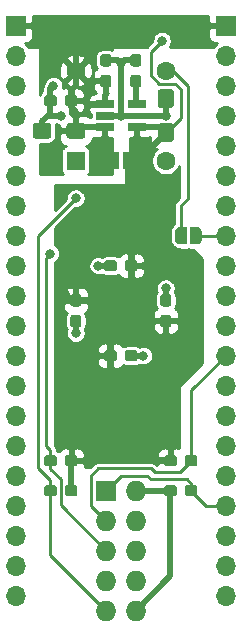
<source format=gbr>
G04 #@! TF.GenerationSoftware,KiCad,Pcbnew,(5.1.0)-1*
G04 #@! TF.CreationDate,2020-08-07T11:47:51-07:00*
G04 #@! TF.ProjectId,MAX7_Proto,4d415837-5f50-4726-9f74-6f2e6b696361,rev?*
G04 #@! TF.SameCoordinates,Original*
G04 #@! TF.FileFunction,Copper,L2,Bot*
G04 #@! TF.FilePolarity,Positive*
%FSLAX46Y46*%
G04 Gerber Fmt 4.6, Leading zero omitted, Abs format (unit mm)*
G04 Created by KiCad (PCBNEW (5.1.0)-1) date 2020-08-07 11:47:51*
%MOMM*%
%LPD*%
G04 APERTURE LIST*
%ADD10R,1.600000X1.600000*%
%ADD11C,1.600000*%
%ADD12O,1.700000X1.700000*%
%ADD13R,1.700000X1.700000*%
%ADD14R,1.727200X1.727200*%
%ADD15O,1.727200X1.727200*%
%ADD16C,0.100000*%
%ADD17C,0.950000*%
%ADD18C,1.350000*%
%ADD19C,0.500000*%
%ADD20R,1.560000X0.650000*%
%ADD21C,0.800000*%
%ADD22C,0.500000*%
%ADD23C,0.250000*%
%ADD24C,0.254000*%
G04 APERTURE END LIST*
D10*
X133350000Y-88900000D03*
D11*
X133350000Y-81280000D03*
X140970000Y-81280000D03*
X140970000Y-88900000D03*
D12*
X128270000Y-125730000D03*
X128270000Y-123190000D03*
X128270000Y-120650000D03*
X128270000Y-118110000D03*
X128270000Y-115570000D03*
X128270000Y-113030000D03*
X128270000Y-110490000D03*
X128270000Y-107950000D03*
X128270000Y-105410000D03*
X128270000Y-102870000D03*
X128270000Y-100330000D03*
X128270000Y-97790000D03*
X128270000Y-95250000D03*
X128270000Y-92710000D03*
X128270000Y-90170000D03*
X128270000Y-87630000D03*
X128270000Y-85090000D03*
X128270000Y-82550000D03*
X128270000Y-80010000D03*
D13*
X128270000Y-77470000D03*
D14*
X135890000Y-116840000D03*
D15*
X138430000Y-116840000D03*
X135890000Y-119380000D03*
X138430000Y-119380000D03*
X135890000Y-121920000D03*
X138430000Y-121920000D03*
X135890000Y-124460000D03*
X138430000Y-124460000D03*
X135890000Y-127000000D03*
X138430000Y-127000000D03*
D16*
G36*
X136595779Y-97316144D02*
G01*
X136618834Y-97319563D01*
X136641443Y-97325227D01*
X136663387Y-97333079D01*
X136684457Y-97343044D01*
X136704448Y-97355026D01*
X136723168Y-97368910D01*
X136740438Y-97384562D01*
X136756090Y-97401832D01*
X136769974Y-97420552D01*
X136781956Y-97440543D01*
X136791921Y-97461613D01*
X136799773Y-97483557D01*
X136805437Y-97506166D01*
X136808856Y-97529221D01*
X136810000Y-97552500D01*
X136810000Y-98027500D01*
X136808856Y-98050779D01*
X136805437Y-98073834D01*
X136799773Y-98096443D01*
X136791921Y-98118387D01*
X136781956Y-98139457D01*
X136769974Y-98159448D01*
X136756090Y-98178168D01*
X136740438Y-98195438D01*
X136723168Y-98211090D01*
X136704448Y-98224974D01*
X136684457Y-98236956D01*
X136663387Y-98246921D01*
X136641443Y-98254773D01*
X136618834Y-98260437D01*
X136595779Y-98263856D01*
X136572500Y-98265000D01*
X135997500Y-98265000D01*
X135974221Y-98263856D01*
X135951166Y-98260437D01*
X135928557Y-98254773D01*
X135906613Y-98246921D01*
X135885543Y-98236956D01*
X135865552Y-98224974D01*
X135846832Y-98211090D01*
X135829562Y-98195438D01*
X135813910Y-98178168D01*
X135800026Y-98159448D01*
X135788044Y-98139457D01*
X135778079Y-98118387D01*
X135770227Y-98096443D01*
X135764563Y-98073834D01*
X135761144Y-98050779D01*
X135760000Y-98027500D01*
X135760000Y-97552500D01*
X135761144Y-97529221D01*
X135764563Y-97506166D01*
X135770227Y-97483557D01*
X135778079Y-97461613D01*
X135788044Y-97440543D01*
X135800026Y-97420552D01*
X135813910Y-97401832D01*
X135829562Y-97384562D01*
X135846832Y-97368910D01*
X135865552Y-97355026D01*
X135885543Y-97343044D01*
X135906613Y-97333079D01*
X135928557Y-97325227D01*
X135951166Y-97319563D01*
X135974221Y-97316144D01*
X135997500Y-97315000D01*
X136572500Y-97315000D01*
X136595779Y-97316144D01*
X136595779Y-97316144D01*
G37*
D17*
X136285000Y-97790000D03*
D16*
G36*
X138345779Y-97316144D02*
G01*
X138368834Y-97319563D01*
X138391443Y-97325227D01*
X138413387Y-97333079D01*
X138434457Y-97343044D01*
X138454448Y-97355026D01*
X138473168Y-97368910D01*
X138490438Y-97384562D01*
X138506090Y-97401832D01*
X138519974Y-97420552D01*
X138531956Y-97440543D01*
X138541921Y-97461613D01*
X138549773Y-97483557D01*
X138555437Y-97506166D01*
X138558856Y-97529221D01*
X138560000Y-97552500D01*
X138560000Y-98027500D01*
X138558856Y-98050779D01*
X138555437Y-98073834D01*
X138549773Y-98096443D01*
X138541921Y-98118387D01*
X138531956Y-98139457D01*
X138519974Y-98159448D01*
X138506090Y-98178168D01*
X138490438Y-98195438D01*
X138473168Y-98211090D01*
X138454448Y-98224974D01*
X138434457Y-98236956D01*
X138413387Y-98246921D01*
X138391443Y-98254773D01*
X138368834Y-98260437D01*
X138345779Y-98263856D01*
X138322500Y-98265000D01*
X137747500Y-98265000D01*
X137724221Y-98263856D01*
X137701166Y-98260437D01*
X137678557Y-98254773D01*
X137656613Y-98246921D01*
X137635543Y-98236956D01*
X137615552Y-98224974D01*
X137596832Y-98211090D01*
X137579562Y-98195438D01*
X137563910Y-98178168D01*
X137550026Y-98159448D01*
X137538044Y-98139457D01*
X137528079Y-98118387D01*
X137520227Y-98096443D01*
X137514563Y-98073834D01*
X137511144Y-98050779D01*
X137510000Y-98027500D01*
X137510000Y-97552500D01*
X137511144Y-97529221D01*
X137514563Y-97506166D01*
X137520227Y-97483557D01*
X137528079Y-97461613D01*
X137538044Y-97440543D01*
X137550026Y-97420552D01*
X137563910Y-97401832D01*
X137579562Y-97384562D01*
X137596832Y-97368910D01*
X137615552Y-97355026D01*
X137635543Y-97343044D01*
X137656613Y-97333079D01*
X137678557Y-97325227D01*
X137701166Y-97319563D01*
X137724221Y-97316144D01*
X137747500Y-97315000D01*
X138322500Y-97315000D01*
X138345779Y-97316144D01*
X138345779Y-97316144D01*
G37*
D17*
X138035000Y-97790000D03*
D16*
G36*
X141230779Y-101951144D02*
G01*
X141253834Y-101954563D01*
X141276443Y-101960227D01*
X141298387Y-101968079D01*
X141319457Y-101978044D01*
X141339448Y-101990026D01*
X141358168Y-102003910D01*
X141375438Y-102019562D01*
X141391090Y-102036832D01*
X141404974Y-102055552D01*
X141416956Y-102075543D01*
X141426921Y-102096613D01*
X141434773Y-102118557D01*
X141440437Y-102141166D01*
X141443856Y-102164221D01*
X141445000Y-102187500D01*
X141445000Y-102762500D01*
X141443856Y-102785779D01*
X141440437Y-102808834D01*
X141434773Y-102831443D01*
X141426921Y-102853387D01*
X141416956Y-102874457D01*
X141404974Y-102894448D01*
X141391090Y-102913168D01*
X141375438Y-102930438D01*
X141358168Y-102946090D01*
X141339448Y-102959974D01*
X141319457Y-102971956D01*
X141298387Y-102981921D01*
X141276443Y-102989773D01*
X141253834Y-102995437D01*
X141230779Y-102998856D01*
X141207500Y-103000000D01*
X140732500Y-103000000D01*
X140709221Y-102998856D01*
X140686166Y-102995437D01*
X140663557Y-102989773D01*
X140641613Y-102981921D01*
X140620543Y-102971956D01*
X140600552Y-102959974D01*
X140581832Y-102946090D01*
X140564562Y-102930438D01*
X140548910Y-102913168D01*
X140535026Y-102894448D01*
X140523044Y-102874457D01*
X140513079Y-102853387D01*
X140505227Y-102831443D01*
X140499563Y-102808834D01*
X140496144Y-102785779D01*
X140495000Y-102762500D01*
X140495000Y-102187500D01*
X140496144Y-102164221D01*
X140499563Y-102141166D01*
X140505227Y-102118557D01*
X140513079Y-102096613D01*
X140523044Y-102075543D01*
X140535026Y-102055552D01*
X140548910Y-102036832D01*
X140564562Y-102019562D01*
X140581832Y-102003910D01*
X140600552Y-101990026D01*
X140620543Y-101978044D01*
X140641613Y-101968079D01*
X140663557Y-101960227D01*
X140686166Y-101954563D01*
X140709221Y-101951144D01*
X140732500Y-101950000D01*
X141207500Y-101950000D01*
X141230779Y-101951144D01*
X141230779Y-101951144D01*
G37*
D17*
X140970000Y-102475000D03*
D16*
G36*
X141230779Y-100201144D02*
G01*
X141253834Y-100204563D01*
X141276443Y-100210227D01*
X141298387Y-100218079D01*
X141319457Y-100228044D01*
X141339448Y-100240026D01*
X141358168Y-100253910D01*
X141375438Y-100269562D01*
X141391090Y-100286832D01*
X141404974Y-100305552D01*
X141416956Y-100325543D01*
X141426921Y-100346613D01*
X141434773Y-100368557D01*
X141440437Y-100391166D01*
X141443856Y-100414221D01*
X141445000Y-100437500D01*
X141445000Y-101012500D01*
X141443856Y-101035779D01*
X141440437Y-101058834D01*
X141434773Y-101081443D01*
X141426921Y-101103387D01*
X141416956Y-101124457D01*
X141404974Y-101144448D01*
X141391090Y-101163168D01*
X141375438Y-101180438D01*
X141358168Y-101196090D01*
X141339448Y-101209974D01*
X141319457Y-101221956D01*
X141298387Y-101231921D01*
X141276443Y-101239773D01*
X141253834Y-101245437D01*
X141230779Y-101248856D01*
X141207500Y-101250000D01*
X140732500Y-101250000D01*
X140709221Y-101248856D01*
X140686166Y-101245437D01*
X140663557Y-101239773D01*
X140641613Y-101231921D01*
X140620543Y-101221956D01*
X140600552Y-101209974D01*
X140581832Y-101196090D01*
X140564562Y-101180438D01*
X140548910Y-101163168D01*
X140535026Y-101144448D01*
X140523044Y-101124457D01*
X140513079Y-101103387D01*
X140505227Y-101081443D01*
X140499563Y-101058834D01*
X140496144Y-101035779D01*
X140495000Y-101012500D01*
X140495000Y-100437500D01*
X140496144Y-100414221D01*
X140499563Y-100391166D01*
X140505227Y-100368557D01*
X140513079Y-100346613D01*
X140523044Y-100325543D01*
X140535026Y-100305552D01*
X140548910Y-100286832D01*
X140564562Y-100269562D01*
X140581832Y-100253910D01*
X140600552Y-100240026D01*
X140620543Y-100228044D01*
X140641613Y-100218079D01*
X140663557Y-100210227D01*
X140686166Y-100204563D01*
X140709221Y-100201144D01*
X140732500Y-100200000D01*
X141207500Y-100200000D01*
X141230779Y-100201144D01*
X141230779Y-100201144D01*
G37*
D17*
X140970000Y-100725000D03*
D13*
X146050000Y-77470000D03*
D12*
X146050000Y-80010000D03*
X146050000Y-82550000D03*
X146050000Y-85090000D03*
X146050000Y-87630000D03*
X146050000Y-90170000D03*
X146050000Y-92710000D03*
X146050000Y-95250000D03*
X146050000Y-97790000D03*
X146050000Y-100330000D03*
X146050000Y-102870000D03*
X146050000Y-105410000D03*
X146050000Y-107950000D03*
X146050000Y-110490000D03*
X146050000Y-113030000D03*
X146050000Y-115570000D03*
X146050000Y-118110000D03*
X146050000Y-120650000D03*
X146050000Y-123190000D03*
X146050000Y-125730000D03*
D16*
G36*
X138690779Y-79881144D02*
G01*
X138713834Y-79884563D01*
X138736443Y-79890227D01*
X138758387Y-79898079D01*
X138779457Y-79908044D01*
X138799448Y-79920026D01*
X138818168Y-79933910D01*
X138835438Y-79949562D01*
X138851090Y-79966832D01*
X138864974Y-79985552D01*
X138876956Y-80005543D01*
X138886921Y-80026613D01*
X138894773Y-80048557D01*
X138900437Y-80071166D01*
X138903856Y-80094221D01*
X138905000Y-80117500D01*
X138905000Y-80692500D01*
X138903856Y-80715779D01*
X138900437Y-80738834D01*
X138894773Y-80761443D01*
X138886921Y-80783387D01*
X138876956Y-80804457D01*
X138864974Y-80824448D01*
X138851090Y-80843168D01*
X138835438Y-80860438D01*
X138818168Y-80876090D01*
X138799448Y-80889974D01*
X138779457Y-80901956D01*
X138758387Y-80911921D01*
X138736443Y-80919773D01*
X138713834Y-80925437D01*
X138690779Y-80928856D01*
X138667500Y-80930000D01*
X138192500Y-80930000D01*
X138169221Y-80928856D01*
X138146166Y-80925437D01*
X138123557Y-80919773D01*
X138101613Y-80911921D01*
X138080543Y-80901956D01*
X138060552Y-80889974D01*
X138041832Y-80876090D01*
X138024562Y-80860438D01*
X138008910Y-80843168D01*
X137995026Y-80824448D01*
X137983044Y-80804457D01*
X137973079Y-80783387D01*
X137965227Y-80761443D01*
X137959563Y-80738834D01*
X137956144Y-80715779D01*
X137955000Y-80692500D01*
X137955000Y-80117500D01*
X137956144Y-80094221D01*
X137959563Y-80071166D01*
X137965227Y-80048557D01*
X137973079Y-80026613D01*
X137983044Y-80005543D01*
X137995026Y-79985552D01*
X138008910Y-79966832D01*
X138024562Y-79949562D01*
X138041832Y-79933910D01*
X138060552Y-79920026D01*
X138080543Y-79908044D01*
X138101613Y-79898079D01*
X138123557Y-79890227D01*
X138146166Y-79884563D01*
X138169221Y-79881144D01*
X138192500Y-79880000D01*
X138667500Y-79880000D01*
X138690779Y-79881144D01*
X138690779Y-79881144D01*
G37*
D17*
X138430000Y-80405000D03*
D16*
G36*
X138690779Y-81631144D02*
G01*
X138713834Y-81634563D01*
X138736443Y-81640227D01*
X138758387Y-81648079D01*
X138779457Y-81658044D01*
X138799448Y-81670026D01*
X138818168Y-81683910D01*
X138835438Y-81699562D01*
X138851090Y-81716832D01*
X138864974Y-81735552D01*
X138876956Y-81755543D01*
X138886921Y-81776613D01*
X138894773Y-81798557D01*
X138900437Y-81821166D01*
X138903856Y-81844221D01*
X138905000Y-81867500D01*
X138905000Y-82442500D01*
X138903856Y-82465779D01*
X138900437Y-82488834D01*
X138894773Y-82511443D01*
X138886921Y-82533387D01*
X138876956Y-82554457D01*
X138864974Y-82574448D01*
X138851090Y-82593168D01*
X138835438Y-82610438D01*
X138818168Y-82626090D01*
X138799448Y-82639974D01*
X138779457Y-82651956D01*
X138758387Y-82661921D01*
X138736443Y-82669773D01*
X138713834Y-82675437D01*
X138690779Y-82678856D01*
X138667500Y-82680000D01*
X138192500Y-82680000D01*
X138169221Y-82678856D01*
X138146166Y-82675437D01*
X138123557Y-82669773D01*
X138101613Y-82661921D01*
X138080543Y-82651956D01*
X138060552Y-82639974D01*
X138041832Y-82626090D01*
X138024562Y-82610438D01*
X138008910Y-82593168D01*
X137995026Y-82574448D01*
X137983044Y-82554457D01*
X137973079Y-82533387D01*
X137965227Y-82511443D01*
X137959563Y-82488834D01*
X137956144Y-82465779D01*
X137955000Y-82442500D01*
X137955000Y-81867500D01*
X137956144Y-81844221D01*
X137959563Y-81821166D01*
X137965227Y-81798557D01*
X137973079Y-81776613D01*
X137983044Y-81755543D01*
X137995026Y-81735552D01*
X138008910Y-81716832D01*
X138024562Y-81699562D01*
X138041832Y-81683910D01*
X138060552Y-81670026D01*
X138080543Y-81658044D01*
X138101613Y-81648079D01*
X138123557Y-81640227D01*
X138146166Y-81634563D01*
X138169221Y-81631144D01*
X138192500Y-81630000D01*
X138667500Y-81630000D01*
X138690779Y-81631144D01*
X138690779Y-81631144D01*
G37*
D17*
X138430000Y-82155000D03*
D16*
G36*
X133265779Y-83346144D02*
G01*
X133288834Y-83349563D01*
X133311443Y-83355227D01*
X133333387Y-83363079D01*
X133354457Y-83373044D01*
X133374448Y-83385026D01*
X133393168Y-83398910D01*
X133410438Y-83414562D01*
X133426090Y-83431832D01*
X133439974Y-83450552D01*
X133451956Y-83470543D01*
X133461921Y-83491613D01*
X133469773Y-83513557D01*
X133475437Y-83536166D01*
X133478856Y-83559221D01*
X133480000Y-83582500D01*
X133480000Y-84057500D01*
X133478856Y-84080779D01*
X133475437Y-84103834D01*
X133469773Y-84126443D01*
X133461921Y-84148387D01*
X133451956Y-84169457D01*
X133439974Y-84189448D01*
X133426090Y-84208168D01*
X133410438Y-84225438D01*
X133393168Y-84241090D01*
X133374448Y-84254974D01*
X133354457Y-84266956D01*
X133333387Y-84276921D01*
X133311443Y-84284773D01*
X133288834Y-84290437D01*
X133265779Y-84293856D01*
X133242500Y-84295000D01*
X132667500Y-84295000D01*
X132644221Y-84293856D01*
X132621166Y-84290437D01*
X132598557Y-84284773D01*
X132576613Y-84276921D01*
X132555543Y-84266956D01*
X132535552Y-84254974D01*
X132516832Y-84241090D01*
X132499562Y-84225438D01*
X132483910Y-84208168D01*
X132470026Y-84189448D01*
X132458044Y-84169457D01*
X132448079Y-84148387D01*
X132440227Y-84126443D01*
X132434563Y-84103834D01*
X132431144Y-84080779D01*
X132430000Y-84057500D01*
X132430000Y-83582500D01*
X132431144Y-83559221D01*
X132434563Y-83536166D01*
X132440227Y-83513557D01*
X132448079Y-83491613D01*
X132458044Y-83470543D01*
X132470026Y-83450552D01*
X132483910Y-83431832D01*
X132499562Y-83414562D01*
X132516832Y-83398910D01*
X132535552Y-83385026D01*
X132555543Y-83373044D01*
X132576613Y-83363079D01*
X132598557Y-83355227D01*
X132621166Y-83349563D01*
X132644221Y-83346144D01*
X132667500Y-83345000D01*
X133242500Y-83345000D01*
X133265779Y-83346144D01*
X133265779Y-83346144D01*
G37*
D17*
X132955000Y-83820000D03*
D16*
G36*
X131515779Y-83346144D02*
G01*
X131538834Y-83349563D01*
X131561443Y-83355227D01*
X131583387Y-83363079D01*
X131604457Y-83373044D01*
X131624448Y-83385026D01*
X131643168Y-83398910D01*
X131660438Y-83414562D01*
X131676090Y-83431832D01*
X131689974Y-83450552D01*
X131701956Y-83470543D01*
X131711921Y-83491613D01*
X131719773Y-83513557D01*
X131725437Y-83536166D01*
X131728856Y-83559221D01*
X131730000Y-83582500D01*
X131730000Y-84057500D01*
X131728856Y-84080779D01*
X131725437Y-84103834D01*
X131719773Y-84126443D01*
X131711921Y-84148387D01*
X131701956Y-84169457D01*
X131689974Y-84189448D01*
X131676090Y-84208168D01*
X131660438Y-84225438D01*
X131643168Y-84241090D01*
X131624448Y-84254974D01*
X131604457Y-84266956D01*
X131583387Y-84276921D01*
X131561443Y-84284773D01*
X131538834Y-84290437D01*
X131515779Y-84293856D01*
X131492500Y-84295000D01*
X130917500Y-84295000D01*
X130894221Y-84293856D01*
X130871166Y-84290437D01*
X130848557Y-84284773D01*
X130826613Y-84276921D01*
X130805543Y-84266956D01*
X130785552Y-84254974D01*
X130766832Y-84241090D01*
X130749562Y-84225438D01*
X130733910Y-84208168D01*
X130720026Y-84189448D01*
X130708044Y-84169457D01*
X130698079Y-84148387D01*
X130690227Y-84126443D01*
X130684563Y-84103834D01*
X130681144Y-84080779D01*
X130680000Y-84057500D01*
X130680000Y-83582500D01*
X130681144Y-83559221D01*
X130684563Y-83536166D01*
X130690227Y-83513557D01*
X130698079Y-83491613D01*
X130708044Y-83470543D01*
X130720026Y-83450552D01*
X130733910Y-83431832D01*
X130749562Y-83414562D01*
X130766832Y-83398910D01*
X130785552Y-83385026D01*
X130805543Y-83373044D01*
X130826613Y-83363079D01*
X130848557Y-83355227D01*
X130871166Y-83349563D01*
X130894221Y-83346144D01*
X130917500Y-83345000D01*
X131492500Y-83345000D01*
X131515779Y-83346144D01*
X131515779Y-83346144D01*
G37*
D17*
X131205000Y-83820000D03*
D16*
G36*
X133610779Y-100201144D02*
G01*
X133633834Y-100204563D01*
X133656443Y-100210227D01*
X133678387Y-100218079D01*
X133699457Y-100228044D01*
X133719448Y-100240026D01*
X133738168Y-100253910D01*
X133755438Y-100269562D01*
X133771090Y-100286832D01*
X133784974Y-100305552D01*
X133796956Y-100325543D01*
X133806921Y-100346613D01*
X133814773Y-100368557D01*
X133820437Y-100391166D01*
X133823856Y-100414221D01*
X133825000Y-100437500D01*
X133825000Y-101012500D01*
X133823856Y-101035779D01*
X133820437Y-101058834D01*
X133814773Y-101081443D01*
X133806921Y-101103387D01*
X133796956Y-101124457D01*
X133784974Y-101144448D01*
X133771090Y-101163168D01*
X133755438Y-101180438D01*
X133738168Y-101196090D01*
X133719448Y-101209974D01*
X133699457Y-101221956D01*
X133678387Y-101231921D01*
X133656443Y-101239773D01*
X133633834Y-101245437D01*
X133610779Y-101248856D01*
X133587500Y-101250000D01*
X133112500Y-101250000D01*
X133089221Y-101248856D01*
X133066166Y-101245437D01*
X133043557Y-101239773D01*
X133021613Y-101231921D01*
X133000543Y-101221956D01*
X132980552Y-101209974D01*
X132961832Y-101196090D01*
X132944562Y-101180438D01*
X132928910Y-101163168D01*
X132915026Y-101144448D01*
X132903044Y-101124457D01*
X132893079Y-101103387D01*
X132885227Y-101081443D01*
X132879563Y-101058834D01*
X132876144Y-101035779D01*
X132875000Y-101012500D01*
X132875000Y-100437500D01*
X132876144Y-100414221D01*
X132879563Y-100391166D01*
X132885227Y-100368557D01*
X132893079Y-100346613D01*
X132903044Y-100325543D01*
X132915026Y-100305552D01*
X132928910Y-100286832D01*
X132944562Y-100269562D01*
X132961832Y-100253910D01*
X132980552Y-100240026D01*
X133000543Y-100228044D01*
X133021613Y-100218079D01*
X133043557Y-100210227D01*
X133066166Y-100204563D01*
X133089221Y-100201144D01*
X133112500Y-100200000D01*
X133587500Y-100200000D01*
X133610779Y-100201144D01*
X133610779Y-100201144D01*
G37*
D17*
X133350000Y-100725000D03*
D16*
G36*
X133610779Y-101951144D02*
G01*
X133633834Y-101954563D01*
X133656443Y-101960227D01*
X133678387Y-101968079D01*
X133699457Y-101978044D01*
X133719448Y-101990026D01*
X133738168Y-102003910D01*
X133755438Y-102019562D01*
X133771090Y-102036832D01*
X133784974Y-102055552D01*
X133796956Y-102075543D01*
X133806921Y-102096613D01*
X133814773Y-102118557D01*
X133820437Y-102141166D01*
X133823856Y-102164221D01*
X133825000Y-102187500D01*
X133825000Y-102762500D01*
X133823856Y-102785779D01*
X133820437Y-102808834D01*
X133814773Y-102831443D01*
X133806921Y-102853387D01*
X133796956Y-102874457D01*
X133784974Y-102894448D01*
X133771090Y-102913168D01*
X133755438Y-102930438D01*
X133738168Y-102946090D01*
X133719448Y-102959974D01*
X133699457Y-102971956D01*
X133678387Y-102981921D01*
X133656443Y-102989773D01*
X133633834Y-102995437D01*
X133610779Y-102998856D01*
X133587500Y-103000000D01*
X133112500Y-103000000D01*
X133089221Y-102998856D01*
X133066166Y-102995437D01*
X133043557Y-102989773D01*
X133021613Y-102981921D01*
X133000543Y-102971956D01*
X132980552Y-102959974D01*
X132961832Y-102946090D01*
X132944562Y-102930438D01*
X132928910Y-102913168D01*
X132915026Y-102894448D01*
X132903044Y-102874457D01*
X132893079Y-102853387D01*
X132885227Y-102831443D01*
X132879563Y-102808834D01*
X132876144Y-102785779D01*
X132875000Y-102762500D01*
X132875000Y-102187500D01*
X132876144Y-102164221D01*
X132879563Y-102141166D01*
X132885227Y-102118557D01*
X132893079Y-102096613D01*
X132903044Y-102075543D01*
X132915026Y-102055552D01*
X132928910Y-102036832D01*
X132944562Y-102019562D01*
X132961832Y-102003910D01*
X132980552Y-101990026D01*
X133000543Y-101978044D01*
X133021613Y-101968079D01*
X133043557Y-101960227D01*
X133066166Y-101954563D01*
X133089221Y-101951144D01*
X133112500Y-101950000D01*
X133587500Y-101950000D01*
X133610779Y-101951144D01*
X133610779Y-101951144D01*
G37*
D17*
X133350000Y-102475000D03*
D16*
G36*
X138345779Y-104936144D02*
G01*
X138368834Y-104939563D01*
X138391443Y-104945227D01*
X138413387Y-104953079D01*
X138434457Y-104963044D01*
X138454448Y-104975026D01*
X138473168Y-104988910D01*
X138490438Y-105004562D01*
X138506090Y-105021832D01*
X138519974Y-105040552D01*
X138531956Y-105060543D01*
X138541921Y-105081613D01*
X138549773Y-105103557D01*
X138555437Y-105126166D01*
X138558856Y-105149221D01*
X138560000Y-105172500D01*
X138560000Y-105647500D01*
X138558856Y-105670779D01*
X138555437Y-105693834D01*
X138549773Y-105716443D01*
X138541921Y-105738387D01*
X138531956Y-105759457D01*
X138519974Y-105779448D01*
X138506090Y-105798168D01*
X138490438Y-105815438D01*
X138473168Y-105831090D01*
X138454448Y-105844974D01*
X138434457Y-105856956D01*
X138413387Y-105866921D01*
X138391443Y-105874773D01*
X138368834Y-105880437D01*
X138345779Y-105883856D01*
X138322500Y-105885000D01*
X137747500Y-105885000D01*
X137724221Y-105883856D01*
X137701166Y-105880437D01*
X137678557Y-105874773D01*
X137656613Y-105866921D01*
X137635543Y-105856956D01*
X137615552Y-105844974D01*
X137596832Y-105831090D01*
X137579562Y-105815438D01*
X137563910Y-105798168D01*
X137550026Y-105779448D01*
X137538044Y-105759457D01*
X137528079Y-105738387D01*
X137520227Y-105716443D01*
X137514563Y-105693834D01*
X137511144Y-105670779D01*
X137510000Y-105647500D01*
X137510000Y-105172500D01*
X137511144Y-105149221D01*
X137514563Y-105126166D01*
X137520227Y-105103557D01*
X137528079Y-105081613D01*
X137538044Y-105060543D01*
X137550026Y-105040552D01*
X137563910Y-105021832D01*
X137579562Y-105004562D01*
X137596832Y-104988910D01*
X137615552Y-104975026D01*
X137635543Y-104963044D01*
X137656613Y-104953079D01*
X137678557Y-104945227D01*
X137701166Y-104939563D01*
X137724221Y-104936144D01*
X137747500Y-104935000D01*
X138322500Y-104935000D01*
X138345779Y-104936144D01*
X138345779Y-104936144D01*
G37*
D17*
X138035000Y-105410000D03*
D16*
G36*
X136595779Y-104936144D02*
G01*
X136618834Y-104939563D01*
X136641443Y-104945227D01*
X136663387Y-104953079D01*
X136684457Y-104963044D01*
X136704448Y-104975026D01*
X136723168Y-104988910D01*
X136740438Y-105004562D01*
X136756090Y-105021832D01*
X136769974Y-105040552D01*
X136781956Y-105060543D01*
X136791921Y-105081613D01*
X136799773Y-105103557D01*
X136805437Y-105126166D01*
X136808856Y-105149221D01*
X136810000Y-105172500D01*
X136810000Y-105647500D01*
X136808856Y-105670779D01*
X136805437Y-105693834D01*
X136799773Y-105716443D01*
X136791921Y-105738387D01*
X136781956Y-105759457D01*
X136769974Y-105779448D01*
X136756090Y-105798168D01*
X136740438Y-105815438D01*
X136723168Y-105831090D01*
X136704448Y-105844974D01*
X136684457Y-105856956D01*
X136663387Y-105866921D01*
X136641443Y-105874773D01*
X136618834Y-105880437D01*
X136595779Y-105883856D01*
X136572500Y-105885000D01*
X135997500Y-105885000D01*
X135974221Y-105883856D01*
X135951166Y-105880437D01*
X135928557Y-105874773D01*
X135906613Y-105866921D01*
X135885543Y-105856956D01*
X135865552Y-105844974D01*
X135846832Y-105831090D01*
X135829562Y-105815438D01*
X135813910Y-105798168D01*
X135800026Y-105779448D01*
X135788044Y-105759457D01*
X135778079Y-105738387D01*
X135770227Y-105716443D01*
X135764563Y-105693834D01*
X135761144Y-105670779D01*
X135760000Y-105647500D01*
X135760000Y-105172500D01*
X135761144Y-105149221D01*
X135764563Y-105126166D01*
X135770227Y-105103557D01*
X135778079Y-105081613D01*
X135788044Y-105060543D01*
X135800026Y-105040552D01*
X135813910Y-105021832D01*
X135829562Y-105004562D01*
X135846832Y-104988910D01*
X135865552Y-104975026D01*
X135885543Y-104963044D01*
X135906613Y-104953079D01*
X135928557Y-104945227D01*
X135951166Y-104939563D01*
X135974221Y-104936144D01*
X135997500Y-104935000D01*
X136572500Y-104935000D01*
X136595779Y-104936144D01*
X136595779Y-104936144D01*
G37*
D17*
X136285000Y-105410000D03*
D16*
G36*
X136150779Y-81631144D02*
G01*
X136173834Y-81634563D01*
X136196443Y-81640227D01*
X136218387Y-81648079D01*
X136239457Y-81658044D01*
X136259448Y-81670026D01*
X136278168Y-81683910D01*
X136295438Y-81699562D01*
X136311090Y-81716832D01*
X136324974Y-81735552D01*
X136336956Y-81755543D01*
X136346921Y-81776613D01*
X136354773Y-81798557D01*
X136360437Y-81821166D01*
X136363856Y-81844221D01*
X136365000Y-81867500D01*
X136365000Y-82442500D01*
X136363856Y-82465779D01*
X136360437Y-82488834D01*
X136354773Y-82511443D01*
X136346921Y-82533387D01*
X136336956Y-82554457D01*
X136324974Y-82574448D01*
X136311090Y-82593168D01*
X136295438Y-82610438D01*
X136278168Y-82626090D01*
X136259448Y-82639974D01*
X136239457Y-82651956D01*
X136218387Y-82661921D01*
X136196443Y-82669773D01*
X136173834Y-82675437D01*
X136150779Y-82678856D01*
X136127500Y-82680000D01*
X135652500Y-82680000D01*
X135629221Y-82678856D01*
X135606166Y-82675437D01*
X135583557Y-82669773D01*
X135561613Y-82661921D01*
X135540543Y-82651956D01*
X135520552Y-82639974D01*
X135501832Y-82626090D01*
X135484562Y-82610438D01*
X135468910Y-82593168D01*
X135455026Y-82574448D01*
X135443044Y-82554457D01*
X135433079Y-82533387D01*
X135425227Y-82511443D01*
X135419563Y-82488834D01*
X135416144Y-82465779D01*
X135415000Y-82442500D01*
X135415000Y-81867500D01*
X135416144Y-81844221D01*
X135419563Y-81821166D01*
X135425227Y-81798557D01*
X135433079Y-81776613D01*
X135443044Y-81755543D01*
X135455026Y-81735552D01*
X135468910Y-81716832D01*
X135484562Y-81699562D01*
X135501832Y-81683910D01*
X135520552Y-81670026D01*
X135540543Y-81658044D01*
X135561613Y-81648079D01*
X135583557Y-81640227D01*
X135606166Y-81634563D01*
X135629221Y-81631144D01*
X135652500Y-81630000D01*
X136127500Y-81630000D01*
X136150779Y-81631144D01*
X136150779Y-81631144D01*
G37*
D17*
X135890000Y-82155000D03*
D16*
G36*
X136150779Y-79881144D02*
G01*
X136173834Y-79884563D01*
X136196443Y-79890227D01*
X136218387Y-79898079D01*
X136239457Y-79908044D01*
X136259448Y-79920026D01*
X136278168Y-79933910D01*
X136295438Y-79949562D01*
X136311090Y-79966832D01*
X136324974Y-79985552D01*
X136336956Y-80005543D01*
X136346921Y-80026613D01*
X136354773Y-80048557D01*
X136360437Y-80071166D01*
X136363856Y-80094221D01*
X136365000Y-80117500D01*
X136365000Y-80692500D01*
X136363856Y-80715779D01*
X136360437Y-80738834D01*
X136354773Y-80761443D01*
X136346921Y-80783387D01*
X136336956Y-80804457D01*
X136324974Y-80824448D01*
X136311090Y-80843168D01*
X136295438Y-80860438D01*
X136278168Y-80876090D01*
X136259448Y-80889974D01*
X136239457Y-80901956D01*
X136218387Y-80911921D01*
X136196443Y-80919773D01*
X136173834Y-80925437D01*
X136150779Y-80928856D01*
X136127500Y-80930000D01*
X135652500Y-80930000D01*
X135629221Y-80928856D01*
X135606166Y-80925437D01*
X135583557Y-80919773D01*
X135561613Y-80911921D01*
X135540543Y-80901956D01*
X135520552Y-80889974D01*
X135501832Y-80876090D01*
X135484562Y-80860438D01*
X135468910Y-80843168D01*
X135455026Y-80824448D01*
X135443044Y-80804457D01*
X135433079Y-80783387D01*
X135425227Y-80761443D01*
X135419563Y-80738834D01*
X135416144Y-80715779D01*
X135415000Y-80692500D01*
X135415000Y-80117500D01*
X135416144Y-80094221D01*
X135419563Y-80071166D01*
X135425227Y-80048557D01*
X135433079Y-80026613D01*
X135443044Y-80005543D01*
X135455026Y-79985552D01*
X135468910Y-79966832D01*
X135484562Y-79949562D01*
X135501832Y-79933910D01*
X135520552Y-79920026D01*
X135540543Y-79908044D01*
X135561613Y-79898079D01*
X135583557Y-79890227D01*
X135606166Y-79884563D01*
X135629221Y-79881144D01*
X135652500Y-79880000D01*
X136127500Y-79880000D01*
X136150779Y-79881144D01*
X136150779Y-79881144D01*
G37*
D17*
X135890000Y-80405000D03*
D16*
G36*
X133912005Y-85686204D02*
G01*
X133936273Y-85689804D01*
X133960072Y-85695765D01*
X133983171Y-85704030D01*
X134005350Y-85714520D01*
X134026393Y-85727132D01*
X134046099Y-85741747D01*
X134064277Y-85758223D01*
X134080753Y-85776401D01*
X134095368Y-85796107D01*
X134107980Y-85817150D01*
X134118470Y-85839329D01*
X134126735Y-85862428D01*
X134132696Y-85886227D01*
X134136296Y-85910495D01*
X134137500Y-85934999D01*
X134137500Y-86785001D01*
X134136296Y-86809505D01*
X134132696Y-86833773D01*
X134126735Y-86857572D01*
X134118470Y-86880671D01*
X134107980Y-86902850D01*
X134095368Y-86923893D01*
X134080753Y-86943599D01*
X134064277Y-86961777D01*
X134046099Y-86978253D01*
X134026393Y-86992868D01*
X134005350Y-87005480D01*
X133983171Y-87015970D01*
X133960072Y-87024235D01*
X133936273Y-87030196D01*
X133912005Y-87033796D01*
X133887501Y-87035000D01*
X132812499Y-87035000D01*
X132787995Y-87033796D01*
X132763727Y-87030196D01*
X132739928Y-87024235D01*
X132716829Y-87015970D01*
X132694650Y-87005480D01*
X132673607Y-86992868D01*
X132653901Y-86978253D01*
X132635723Y-86961777D01*
X132619247Y-86943599D01*
X132604632Y-86923893D01*
X132592020Y-86902850D01*
X132581530Y-86880671D01*
X132573265Y-86857572D01*
X132567304Y-86833773D01*
X132563704Y-86809505D01*
X132562500Y-86785001D01*
X132562500Y-85934999D01*
X132563704Y-85910495D01*
X132567304Y-85886227D01*
X132573265Y-85862428D01*
X132581530Y-85839329D01*
X132592020Y-85817150D01*
X132604632Y-85796107D01*
X132619247Y-85776401D01*
X132635723Y-85758223D01*
X132653901Y-85741747D01*
X132673607Y-85727132D01*
X132694650Y-85714520D01*
X132716829Y-85704030D01*
X132739928Y-85695765D01*
X132763727Y-85689804D01*
X132787995Y-85686204D01*
X132812499Y-85685000D01*
X133887501Y-85685000D01*
X133912005Y-85686204D01*
X133912005Y-85686204D01*
G37*
D18*
X133350000Y-86360000D03*
D16*
G36*
X131037005Y-85686204D02*
G01*
X131061273Y-85689804D01*
X131085072Y-85695765D01*
X131108171Y-85704030D01*
X131130350Y-85714520D01*
X131151393Y-85727132D01*
X131171099Y-85741747D01*
X131189277Y-85758223D01*
X131205753Y-85776401D01*
X131220368Y-85796107D01*
X131232980Y-85817150D01*
X131243470Y-85839329D01*
X131251735Y-85862428D01*
X131257696Y-85886227D01*
X131261296Y-85910495D01*
X131262500Y-85934999D01*
X131262500Y-86785001D01*
X131261296Y-86809505D01*
X131257696Y-86833773D01*
X131251735Y-86857572D01*
X131243470Y-86880671D01*
X131232980Y-86902850D01*
X131220368Y-86923893D01*
X131205753Y-86943599D01*
X131189277Y-86961777D01*
X131171099Y-86978253D01*
X131151393Y-86992868D01*
X131130350Y-87005480D01*
X131108171Y-87015970D01*
X131085072Y-87024235D01*
X131061273Y-87030196D01*
X131037005Y-87033796D01*
X131012501Y-87035000D01*
X129937499Y-87035000D01*
X129912995Y-87033796D01*
X129888727Y-87030196D01*
X129864928Y-87024235D01*
X129841829Y-87015970D01*
X129819650Y-87005480D01*
X129798607Y-86992868D01*
X129778901Y-86978253D01*
X129760723Y-86961777D01*
X129744247Y-86943599D01*
X129729632Y-86923893D01*
X129717020Y-86902850D01*
X129706530Y-86880671D01*
X129698265Y-86857572D01*
X129692304Y-86833773D01*
X129688704Y-86809505D01*
X129687500Y-86785001D01*
X129687500Y-85934999D01*
X129688704Y-85910495D01*
X129692304Y-85886227D01*
X129698265Y-85862428D01*
X129706530Y-85839329D01*
X129717020Y-85817150D01*
X129729632Y-85796107D01*
X129744247Y-85776401D01*
X129760723Y-85758223D01*
X129778901Y-85741747D01*
X129798607Y-85727132D01*
X129819650Y-85714520D01*
X129841829Y-85704030D01*
X129864928Y-85695765D01*
X129888727Y-85689804D01*
X129912995Y-85686204D01*
X129937499Y-85685000D01*
X131012501Y-85685000D01*
X131037005Y-85686204D01*
X131037005Y-85686204D01*
G37*
D18*
X130475000Y-86360000D03*
D16*
G36*
X141419505Y-82866204D02*
G01*
X141443773Y-82869804D01*
X141467572Y-82875765D01*
X141490671Y-82884030D01*
X141512850Y-82894520D01*
X141533893Y-82907132D01*
X141553599Y-82921747D01*
X141571777Y-82938223D01*
X141588253Y-82956401D01*
X141602868Y-82976107D01*
X141615480Y-82997150D01*
X141625970Y-83019329D01*
X141634235Y-83042428D01*
X141640196Y-83066227D01*
X141643796Y-83090495D01*
X141645000Y-83114999D01*
X141645000Y-84190001D01*
X141643796Y-84214505D01*
X141640196Y-84238773D01*
X141634235Y-84262572D01*
X141625970Y-84285671D01*
X141615480Y-84307850D01*
X141602868Y-84328893D01*
X141588253Y-84348599D01*
X141571777Y-84366777D01*
X141553599Y-84383253D01*
X141533893Y-84397868D01*
X141512850Y-84410480D01*
X141490671Y-84420970D01*
X141467572Y-84429235D01*
X141443773Y-84435196D01*
X141419505Y-84438796D01*
X141395001Y-84440000D01*
X140544999Y-84440000D01*
X140520495Y-84438796D01*
X140496227Y-84435196D01*
X140472428Y-84429235D01*
X140449329Y-84420970D01*
X140427150Y-84410480D01*
X140406107Y-84397868D01*
X140386401Y-84383253D01*
X140368223Y-84366777D01*
X140351747Y-84348599D01*
X140337132Y-84328893D01*
X140324520Y-84307850D01*
X140314030Y-84285671D01*
X140305765Y-84262572D01*
X140299804Y-84238773D01*
X140296204Y-84214505D01*
X140295000Y-84190001D01*
X140295000Y-83114999D01*
X140296204Y-83090495D01*
X140299804Y-83066227D01*
X140305765Y-83042428D01*
X140314030Y-83019329D01*
X140324520Y-82997150D01*
X140337132Y-82976107D01*
X140351747Y-82956401D01*
X140368223Y-82938223D01*
X140386401Y-82921747D01*
X140406107Y-82907132D01*
X140427150Y-82894520D01*
X140449329Y-82884030D01*
X140472428Y-82875765D01*
X140496227Y-82869804D01*
X140520495Y-82866204D01*
X140544999Y-82865000D01*
X141395001Y-82865000D01*
X141419505Y-82866204D01*
X141419505Y-82866204D01*
G37*
D18*
X140970000Y-83652500D03*
D16*
G36*
X141419505Y-85741204D02*
G01*
X141443773Y-85744804D01*
X141467572Y-85750765D01*
X141490671Y-85759030D01*
X141512850Y-85769520D01*
X141533893Y-85782132D01*
X141553599Y-85796747D01*
X141571777Y-85813223D01*
X141588253Y-85831401D01*
X141602868Y-85851107D01*
X141615480Y-85872150D01*
X141625970Y-85894329D01*
X141634235Y-85917428D01*
X141640196Y-85941227D01*
X141643796Y-85965495D01*
X141645000Y-85989999D01*
X141645000Y-87065001D01*
X141643796Y-87089505D01*
X141640196Y-87113773D01*
X141634235Y-87137572D01*
X141625970Y-87160671D01*
X141615480Y-87182850D01*
X141602868Y-87203893D01*
X141588253Y-87223599D01*
X141571777Y-87241777D01*
X141553599Y-87258253D01*
X141533893Y-87272868D01*
X141512850Y-87285480D01*
X141490671Y-87295970D01*
X141467572Y-87304235D01*
X141443773Y-87310196D01*
X141419505Y-87313796D01*
X141395001Y-87315000D01*
X140544999Y-87315000D01*
X140520495Y-87313796D01*
X140496227Y-87310196D01*
X140472428Y-87304235D01*
X140449329Y-87295970D01*
X140427150Y-87285480D01*
X140406107Y-87272868D01*
X140386401Y-87258253D01*
X140368223Y-87241777D01*
X140351747Y-87223599D01*
X140337132Y-87203893D01*
X140324520Y-87182850D01*
X140314030Y-87160671D01*
X140305765Y-87137572D01*
X140299804Y-87113773D01*
X140296204Y-87089505D01*
X140295000Y-87065001D01*
X140295000Y-85989999D01*
X140296204Y-85965495D01*
X140299804Y-85941227D01*
X140305765Y-85917428D01*
X140314030Y-85894329D01*
X140324520Y-85872150D01*
X140337132Y-85851107D01*
X140351747Y-85831401D01*
X140368223Y-85813223D01*
X140386401Y-85796747D01*
X140406107Y-85782132D01*
X140427150Y-85769520D01*
X140449329Y-85759030D01*
X140472428Y-85750765D01*
X140496227Y-85744804D01*
X140520495Y-85741204D01*
X140544999Y-85740000D01*
X141395001Y-85740000D01*
X141419505Y-85741204D01*
X141419505Y-85741204D01*
G37*
D18*
X140970000Y-86527500D03*
D19*
X137810000Y-88900000D03*
D16*
G36*
X137810000Y-88150602D02*
G01*
X137834534Y-88150602D01*
X137883365Y-88155412D01*
X137931490Y-88164984D01*
X137978445Y-88179228D01*
X138023778Y-88198005D01*
X138067051Y-88221136D01*
X138107850Y-88248396D01*
X138145779Y-88279524D01*
X138180476Y-88314221D01*
X138211604Y-88352150D01*
X138238864Y-88392949D01*
X138261995Y-88436222D01*
X138280772Y-88481555D01*
X138295016Y-88528510D01*
X138304588Y-88576635D01*
X138309398Y-88625466D01*
X138309398Y-88650000D01*
X138310000Y-88650000D01*
X138310000Y-89150000D01*
X138309398Y-89150000D01*
X138309398Y-89174534D01*
X138304588Y-89223365D01*
X138295016Y-89271490D01*
X138280772Y-89318445D01*
X138261995Y-89363778D01*
X138238864Y-89407051D01*
X138211604Y-89447850D01*
X138180476Y-89485779D01*
X138145779Y-89520476D01*
X138107850Y-89551604D01*
X138067051Y-89578864D01*
X138023778Y-89601995D01*
X137978445Y-89620772D01*
X137931490Y-89635016D01*
X137883365Y-89644588D01*
X137834534Y-89649398D01*
X137810000Y-89649398D01*
X137810000Y-89650000D01*
X137310000Y-89650000D01*
X137310000Y-88150000D01*
X137810000Y-88150000D01*
X137810000Y-88150602D01*
X137810000Y-88150602D01*
G37*
D19*
X136510000Y-88900000D03*
D16*
G36*
X137010000Y-89650000D02*
G01*
X136510000Y-89650000D01*
X136510000Y-89649398D01*
X136485466Y-89649398D01*
X136436635Y-89644588D01*
X136388510Y-89635016D01*
X136341555Y-89620772D01*
X136296222Y-89601995D01*
X136252949Y-89578864D01*
X136212150Y-89551604D01*
X136174221Y-89520476D01*
X136139524Y-89485779D01*
X136108396Y-89447850D01*
X136081136Y-89407051D01*
X136058005Y-89363778D01*
X136039228Y-89318445D01*
X136024984Y-89271490D01*
X136015412Y-89223365D01*
X136010602Y-89174534D01*
X136010602Y-89150000D01*
X136010000Y-89150000D01*
X136010000Y-88650000D01*
X136010602Y-88650000D01*
X136010602Y-88625466D01*
X136015412Y-88576635D01*
X136024984Y-88528510D01*
X136039228Y-88481555D01*
X136058005Y-88436222D01*
X136081136Y-88392949D01*
X136108396Y-88352150D01*
X136139524Y-88314221D01*
X136174221Y-88279524D01*
X136212150Y-88248396D01*
X136252949Y-88221136D01*
X136296222Y-88198005D01*
X136341555Y-88179228D01*
X136388510Y-88164984D01*
X136436635Y-88155412D01*
X136485466Y-88150602D01*
X136510000Y-88150602D01*
X136510000Y-88150000D01*
X137010000Y-88150000D01*
X137010000Y-89650000D01*
X137010000Y-89650000D01*
G37*
D19*
X142240000Y-95250000D03*
D16*
G36*
X142740000Y-96000000D02*
G01*
X142240000Y-96000000D01*
X142240000Y-95999398D01*
X142215466Y-95999398D01*
X142166635Y-95994588D01*
X142118510Y-95985016D01*
X142071555Y-95970772D01*
X142026222Y-95951995D01*
X141982949Y-95928864D01*
X141942150Y-95901604D01*
X141904221Y-95870476D01*
X141869524Y-95835779D01*
X141838396Y-95797850D01*
X141811136Y-95757051D01*
X141788005Y-95713778D01*
X141769228Y-95668445D01*
X141754984Y-95621490D01*
X141745412Y-95573365D01*
X141740602Y-95524534D01*
X141740602Y-95500000D01*
X141740000Y-95500000D01*
X141740000Y-95000000D01*
X141740602Y-95000000D01*
X141740602Y-94975466D01*
X141745412Y-94926635D01*
X141754984Y-94878510D01*
X141769228Y-94831555D01*
X141788005Y-94786222D01*
X141811136Y-94742949D01*
X141838396Y-94702150D01*
X141869524Y-94664221D01*
X141904221Y-94629524D01*
X141942150Y-94598396D01*
X141982949Y-94571136D01*
X142026222Y-94548005D01*
X142071555Y-94529228D01*
X142118510Y-94514984D01*
X142166635Y-94505412D01*
X142215466Y-94500602D01*
X142240000Y-94500602D01*
X142240000Y-94500000D01*
X142740000Y-94500000D01*
X142740000Y-96000000D01*
X142740000Y-96000000D01*
G37*
D19*
X143540000Y-95250000D03*
D16*
G36*
X143540000Y-94500602D02*
G01*
X143564534Y-94500602D01*
X143613365Y-94505412D01*
X143661490Y-94514984D01*
X143708445Y-94529228D01*
X143753778Y-94548005D01*
X143797051Y-94571136D01*
X143837850Y-94598396D01*
X143875779Y-94629524D01*
X143910476Y-94664221D01*
X143941604Y-94702150D01*
X143968864Y-94742949D01*
X143991995Y-94786222D01*
X144010772Y-94831555D01*
X144025016Y-94878510D01*
X144034588Y-94926635D01*
X144039398Y-94975466D01*
X144039398Y-95000000D01*
X144040000Y-95000000D01*
X144040000Y-95500000D01*
X144039398Y-95500000D01*
X144039398Y-95524534D01*
X144034588Y-95573365D01*
X144025016Y-95621490D01*
X144010772Y-95668445D01*
X143991995Y-95713778D01*
X143968864Y-95757051D01*
X143941604Y-95797850D01*
X143910476Y-95835779D01*
X143875779Y-95870476D01*
X143837850Y-95901604D01*
X143797051Y-95928864D01*
X143753778Y-95951995D01*
X143708445Y-95970772D01*
X143661490Y-95985016D01*
X143613365Y-95994588D01*
X143564534Y-95999398D01*
X143540000Y-95999398D01*
X143540000Y-96000000D01*
X143040000Y-96000000D01*
X143040000Y-94500000D01*
X143540000Y-94500000D01*
X143540000Y-94500602D01*
X143540000Y-94500602D01*
G37*
G36*
X141675779Y-116366144D02*
G01*
X141698834Y-116369563D01*
X141721443Y-116375227D01*
X141743387Y-116383079D01*
X141764457Y-116393044D01*
X141784448Y-116405026D01*
X141803168Y-116418910D01*
X141820438Y-116434562D01*
X141836090Y-116451832D01*
X141849974Y-116470552D01*
X141861956Y-116490543D01*
X141871921Y-116511613D01*
X141879773Y-116533557D01*
X141885437Y-116556166D01*
X141888856Y-116579221D01*
X141890000Y-116602500D01*
X141890000Y-117077500D01*
X141888856Y-117100779D01*
X141885437Y-117123834D01*
X141879773Y-117146443D01*
X141871921Y-117168387D01*
X141861956Y-117189457D01*
X141849974Y-117209448D01*
X141836090Y-117228168D01*
X141820438Y-117245438D01*
X141803168Y-117261090D01*
X141784448Y-117274974D01*
X141764457Y-117286956D01*
X141743387Y-117296921D01*
X141721443Y-117304773D01*
X141698834Y-117310437D01*
X141675779Y-117313856D01*
X141652500Y-117315000D01*
X141077500Y-117315000D01*
X141054221Y-117313856D01*
X141031166Y-117310437D01*
X141008557Y-117304773D01*
X140986613Y-117296921D01*
X140965543Y-117286956D01*
X140945552Y-117274974D01*
X140926832Y-117261090D01*
X140909562Y-117245438D01*
X140893910Y-117228168D01*
X140880026Y-117209448D01*
X140868044Y-117189457D01*
X140858079Y-117168387D01*
X140850227Y-117146443D01*
X140844563Y-117123834D01*
X140841144Y-117100779D01*
X140840000Y-117077500D01*
X140840000Y-116602500D01*
X140841144Y-116579221D01*
X140844563Y-116556166D01*
X140850227Y-116533557D01*
X140858079Y-116511613D01*
X140868044Y-116490543D01*
X140880026Y-116470552D01*
X140893910Y-116451832D01*
X140909562Y-116434562D01*
X140926832Y-116418910D01*
X140945552Y-116405026D01*
X140965543Y-116393044D01*
X140986613Y-116383079D01*
X141008557Y-116375227D01*
X141031166Y-116369563D01*
X141054221Y-116366144D01*
X141077500Y-116365000D01*
X141652500Y-116365000D01*
X141675779Y-116366144D01*
X141675779Y-116366144D01*
G37*
D17*
X141365000Y-116840000D03*
D16*
G36*
X143425779Y-116366144D02*
G01*
X143448834Y-116369563D01*
X143471443Y-116375227D01*
X143493387Y-116383079D01*
X143514457Y-116393044D01*
X143534448Y-116405026D01*
X143553168Y-116418910D01*
X143570438Y-116434562D01*
X143586090Y-116451832D01*
X143599974Y-116470552D01*
X143611956Y-116490543D01*
X143621921Y-116511613D01*
X143629773Y-116533557D01*
X143635437Y-116556166D01*
X143638856Y-116579221D01*
X143640000Y-116602500D01*
X143640000Y-117077500D01*
X143638856Y-117100779D01*
X143635437Y-117123834D01*
X143629773Y-117146443D01*
X143621921Y-117168387D01*
X143611956Y-117189457D01*
X143599974Y-117209448D01*
X143586090Y-117228168D01*
X143570438Y-117245438D01*
X143553168Y-117261090D01*
X143534448Y-117274974D01*
X143514457Y-117286956D01*
X143493387Y-117296921D01*
X143471443Y-117304773D01*
X143448834Y-117310437D01*
X143425779Y-117313856D01*
X143402500Y-117315000D01*
X142827500Y-117315000D01*
X142804221Y-117313856D01*
X142781166Y-117310437D01*
X142758557Y-117304773D01*
X142736613Y-117296921D01*
X142715543Y-117286956D01*
X142695552Y-117274974D01*
X142676832Y-117261090D01*
X142659562Y-117245438D01*
X142643910Y-117228168D01*
X142630026Y-117209448D01*
X142618044Y-117189457D01*
X142608079Y-117168387D01*
X142600227Y-117146443D01*
X142594563Y-117123834D01*
X142591144Y-117100779D01*
X142590000Y-117077500D01*
X142590000Y-116602500D01*
X142591144Y-116579221D01*
X142594563Y-116556166D01*
X142600227Y-116533557D01*
X142608079Y-116511613D01*
X142618044Y-116490543D01*
X142630026Y-116470552D01*
X142643910Y-116451832D01*
X142659562Y-116434562D01*
X142676832Y-116418910D01*
X142695552Y-116405026D01*
X142715543Y-116393044D01*
X142736613Y-116383079D01*
X142758557Y-116375227D01*
X142781166Y-116369563D01*
X142804221Y-116366144D01*
X142827500Y-116365000D01*
X143402500Y-116365000D01*
X143425779Y-116366144D01*
X143425779Y-116366144D01*
G37*
D17*
X143115000Y-116840000D03*
D16*
G36*
X141675779Y-113826144D02*
G01*
X141698834Y-113829563D01*
X141721443Y-113835227D01*
X141743387Y-113843079D01*
X141764457Y-113853044D01*
X141784448Y-113865026D01*
X141803168Y-113878910D01*
X141820438Y-113894562D01*
X141836090Y-113911832D01*
X141849974Y-113930552D01*
X141861956Y-113950543D01*
X141871921Y-113971613D01*
X141879773Y-113993557D01*
X141885437Y-114016166D01*
X141888856Y-114039221D01*
X141890000Y-114062500D01*
X141890000Y-114537500D01*
X141888856Y-114560779D01*
X141885437Y-114583834D01*
X141879773Y-114606443D01*
X141871921Y-114628387D01*
X141861956Y-114649457D01*
X141849974Y-114669448D01*
X141836090Y-114688168D01*
X141820438Y-114705438D01*
X141803168Y-114721090D01*
X141784448Y-114734974D01*
X141764457Y-114746956D01*
X141743387Y-114756921D01*
X141721443Y-114764773D01*
X141698834Y-114770437D01*
X141675779Y-114773856D01*
X141652500Y-114775000D01*
X141077500Y-114775000D01*
X141054221Y-114773856D01*
X141031166Y-114770437D01*
X141008557Y-114764773D01*
X140986613Y-114756921D01*
X140965543Y-114746956D01*
X140945552Y-114734974D01*
X140926832Y-114721090D01*
X140909562Y-114705438D01*
X140893910Y-114688168D01*
X140880026Y-114669448D01*
X140868044Y-114649457D01*
X140858079Y-114628387D01*
X140850227Y-114606443D01*
X140844563Y-114583834D01*
X140841144Y-114560779D01*
X140840000Y-114537500D01*
X140840000Y-114062500D01*
X140841144Y-114039221D01*
X140844563Y-114016166D01*
X140850227Y-113993557D01*
X140858079Y-113971613D01*
X140868044Y-113950543D01*
X140880026Y-113930552D01*
X140893910Y-113911832D01*
X140909562Y-113894562D01*
X140926832Y-113878910D01*
X140945552Y-113865026D01*
X140965543Y-113853044D01*
X140986613Y-113843079D01*
X141008557Y-113835227D01*
X141031166Y-113829563D01*
X141054221Y-113826144D01*
X141077500Y-113825000D01*
X141652500Y-113825000D01*
X141675779Y-113826144D01*
X141675779Y-113826144D01*
G37*
D17*
X141365000Y-114300000D03*
D16*
G36*
X143425779Y-113826144D02*
G01*
X143448834Y-113829563D01*
X143471443Y-113835227D01*
X143493387Y-113843079D01*
X143514457Y-113853044D01*
X143534448Y-113865026D01*
X143553168Y-113878910D01*
X143570438Y-113894562D01*
X143586090Y-113911832D01*
X143599974Y-113930552D01*
X143611956Y-113950543D01*
X143621921Y-113971613D01*
X143629773Y-113993557D01*
X143635437Y-114016166D01*
X143638856Y-114039221D01*
X143640000Y-114062500D01*
X143640000Y-114537500D01*
X143638856Y-114560779D01*
X143635437Y-114583834D01*
X143629773Y-114606443D01*
X143621921Y-114628387D01*
X143611956Y-114649457D01*
X143599974Y-114669448D01*
X143586090Y-114688168D01*
X143570438Y-114705438D01*
X143553168Y-114721090D01*
X143534448Y-114734974D01*
X143514457Y-114746956D01*
X143493387Y-114756921D01*
X143471443Y-114764773D01*
X143448834Y-114770437D01*
X143425779Y-114773856D01*
X143402500Y-114775000D01*
X142827500Y-114775000D01*
X142804221Y-114773856D01*
X142781166Y-114770437D01*
X142758557Y-114764773D01*
X142736613Y-114756921D01*
X142715543Y-114746956D01*
X142695552Y-114734974D01*
X142676832Y-114721090D01*
X142659562Y-114705438D01*
X142643910Y-114688168D01*
X142630026Y-114669448D01*
X142618044Y-114649457D01*
X142608079Y-114628387D01*
X142600227Y-114606443D01*
X142594563Y-114583834D01*
X142591144Y-114560779D01*
X142590000Y-114537500D01*
X142590000Y-114062500D01*
X142591144Y-114039221D01*
X142594563Y-114016166D01*
X142600227Y-113993557D01*
X142608079Y-113971613D01*
X142618044Y-113950543D01*
X142630026Y-113930552D01*
X142643910Y-113911832D01*
X142659562Y-113894562D01*
X142676832Y-113878910D01*
X142695552Y-113865026D01*
X142715543Y-113853044D01*
X142736613Y-113843079D01*
X142758557Y-113835227D01*
X142781166Y-113829563D01*
X142804221Y-113826144D01*
X142827500Y-113825000D01*
X143402500Y-113825000D01*
X143425779Y-113826144D01*
X143425779Y-113826144D01*
G37*
D17*
X143115000Y-114300000D03*
D16*
G36*
X131515779Y-113826144D02*
G01*
X131538834Y-113829563D01*
X131561443Y-113835227D01*
X131583387Y-113843079D01*
X131604457Y-113853044D01*
X131624448Y-113865026D01*
X131643168Y-113878910D01*
X131660438Y-113894562D01*
X131676090Y-113911832D01*
X131689974Y-113930552D01*
X131701956Y-113950543D01*
X131711921Y-113971613D01*
X131719773Y-113993557D01*
X131725437Y-114016166D01*
X131728856Y-114039221D01*
X131730000Y-114062500D01*
X131730000Y-114537500D01*
X131728856Y-114560779D01*
X131725437Y-114583834D01*
X131719773Y-114606443D01*
X131711921Y-114628387D01*
X131701956Y-114649457D01*
X131689974Y-114669448D01*
X131676090Y-114688168D01*
X131660438Y-114705438D01*
X131643168Y-114721090D01*
X131624448Y-114734974D01*
X131604457Y-114746956D01*
X131583387Y-114756921D01*
X131561443Y-114764773D01*
X131538834Y-114770437D01*
X131515779Y-114773856D01*
X131492500Y-114775000D01*
X130917500Y-114775000D01*
X130894221Y-114773856D01*
X130871166Y-114770437D01*
X130848557Y-114764773D01*
X130826613Y-114756921D01*
X130805543Y-114746956D01*
X130785552Y-114734974D01*
X130766832Y-114721090D01*
X130749562Y-114705438D01*
X130733910Y-114688168D01*
X130720026Y-114669448D01*
X130708044Y-114649457D01*
X130698079Y-114628387D01*
X130690227Y-114606443D01*
X130684563Y-114583834D01*
X130681144Y-114560779D01*
X130680000Y-114537500D01*
X130680000Y-114062500D01*
X130681144Y-114039221D01*
X130684563Y-114016166D01*
X130690227Y-113993557D01*
X130698079Y-113971613D01*
X130708044Y-113950543D01*
X130720026Y-113930552D01*
X130733910Y-113911832D01*
X130749562Y-113894562D01*
X130766832Y-113878910D01*
X130785552Y-113865026D01*
X130805543Y-113853044D01*
X130826613Y-113843079D01*
X130848557Y-113835227D01*
X130871166Y-113829563D01*
X130894221Y-113826144D01*
X130917500Y-113825000D01*
X131492500Y-113825000D01*
X131515779Y-113826144D01*
X131515779Y-113826144D01*
G37*
D17*
X131205000Y-114300000D03*
D16*
G36*
X133265779Y-113826144D02*
G01*
X133288834Y-113829563D01*
X133311443Y-113835227D01*
X133333387Y-113843079D01*
X133354457Y-113853044D01*
X133374448Y-113865026D01*
X133393168Y-113878910D01*
X133410438Y-113894562D01*
X133426090Y-113911832D01*
X133439974Y-113930552D01*
X133451956Y-113950543D01*
X133461921Y-113971613D01*
X133469773Y-113993557D01*
X133475437Y-114016166D01*
X133478856Y-114039221D01*
X133480000Y-114062500D01*
X133480000Y-114537500D01*
X133478856Y-114560779D01*
X133475437Y-114583834D01*
X133469773Y-114606443D01*
X133461921Y-114628387D01*
X133451956Y-114649457D01*
X133439974Y-114669448D01*
X133426090Y-114688168D01*
X133410438Y-114705438D01*
X133393168Y-114721090D01*
X133374448Y-114734974D01*
X133354457Y-114746956D01*
X133333387Y-114756921D01*
X133311443Y-114764773D01*
X133288834Y-114770437D01*
X133265779Y-114773856D01*
X133242500Y-114775000D01*
X132667500Y-114775000D01*
X132644221Y-114773856D01*
X132621166Y-114770437D01*
X132598557Y-114764773D01*
X132576613Y-114756921D01*
X132555543Y-114746956D01*
X132535552Y-114734974D01*
X132516832Y-114721090D01*
X132499562Y-114705438D01*
X132483910Y-114688168D01*
X132470026Y-114669448D01*
X132458044Y-114649457D01*
X132448079Y-114628387D01*
X132440227Y-114606443D01*
X132434563Y-114583834D01*
X132431144Y-114560779D01*
X132430000Y-114537500D01*
X132430000Y-114062500D01*
X132431144Y-114039221D01*
X132434563Y-114016166D01*
X132440227Y-113993557D01*
X132448079Y-113971613D01*
X132458044Y-113950543D01*
X132470026Y-113930552D01*
X132483910Y-113911832D01*
X132499562Y-113894562D01*
X132516832Y-113878910D01*
X132535552Y-113865026D01*
X132555543Y-113853044D01*
X132576613Y-113843079D01*
X132598557Y-113835227D01*
X132621166Y-113829563D01*
X132644221Y-113826144D01*
X132667500Y-113825000D01*
X133242500Y-113825000D01*
X133265779Y-113826144D01*
X133265779Y-113826144D01*
G37*
D17*
X132955000Y-114300000D03*
D16*
G36*
X133265779Y-116366144D02*
G01*
X133288834Y-116369563D01*
X133311443Y-116375227D01*
X133333387Y-116383079D01*
X133354457Y-116393044D01*
X133374448Y-116405026D01*
X133393168Y-116418910D01*
X133410438Y-116434562D01*
X133426090Y-116451832D01*
X133439974Y-116470552D01*
X133451956Y-116490543D01*
X133461921Y-116511613D01*
X133469773Y-116533557D01*
X133475437Y-116556166D01*
X133478856Y-116579221D01*
X133480000Y-116602500D01*
X133480000Y-117077500D01*
X133478856Y-117100779D01*
X133475437Y-117123834D01*
X133469773Y-117146443D01*
X133461921Y-117168387D01*
X133451956Y-117189457D01*
X133439974Y-117209448D01*
X133426090Y-117228168D01*
X133410438Y-117245438D01*
X133393168Y-117261090D01*
X133374448Y-117274974D01*
X133354457Y-117286956D01*
X133333387Y-117296921D01*
X133311443Y-117304773D01*
X133288834Y-117310437D01*
X133265779Y-117313856D01*
X133242500Y-117315000D01*
X132667500Y-117315000D01*
X132644221Y-117313856D01*
X132621166Y-117310437D01*
X132598557Y-117304773D01*
X132576613Y-117296921D01*
X132555543Y-117286956D01*
X132535552Y-117274974D01*
X132516832Y-117261090D01*
X132499562Y-117245438D01*
X132483910Y-117228168D01*
X132470026Y-117209448D01*
X132458044Y-117189457D01*
X132448079Y-117168387D01*
X132440227Y-117146443D01*
X132434563Y-117123834D01*
X132431144Y-117100779D01*
X132430000Y-117077500D01*
X132430000Y-116602500D01*
X132431144Y-116579221D01*
X132434563Y-116556166D01*
X132440227Y-116533557D01*
X132448079Y-116511613D01*
X132458044Y-116490543D01*
X132470026Y-116470552D01*
X132483910Y-116451832D01*
X132499562Y-116434562D01*
X132516832Y-116418910D01*
X132535552Y-116405026D01*
X132555543Y-116393044D01*
X132576613Y-116383079D01*
X132598557Y-116375227D01*
X132621166Y-116369563D01*
X132644221Y-116366144D01*
X132667500Y-116365000D01*
X133242500Y-116365000D01*
X133265779Y-116366144D01*
X133265779Y-116366144D01*
G37*
D17*
X132955000Y-116840000D03*
D16*
G36*
X131515779Y-116366144D02*
G01*
X131538834Y-116369563D01*
X131561443Y-116375227D01*
X131583387Y-116383079D01*
X131604457Y-116393044D01*
X131624448Y-116405026D01*
X131643168Y-116418910D01*
X131660438Y-116434562D01*
X131676090Y-116451832D01*
X131689974Y-116470552D01*
X131701956Y-116490543D01*
X131711921Y-116511613D01*
X131719773Y-116533557D01*
X131725437Y-116556166D01*
X131728856Y-116579221D01*
X131730000Y-116602500D01*
X131730000Y-117077500D01*
X131728856Y-117100779D01*
X131725437Y-117123834D01*
X131719773Y-117146443D01*
X131711921Y-117168387D01*
X131701956Y-117189457D01*
X131689974Y-117209448D01*
X131676090Y-117228168D01*
X131660438Y-117245438D01*
X131643168Y-117261090D01*
X131624448Y-117274974D01*
X131604457Y-117286956D01*
X131583387Y-117296921D01*
X131561443Y-117304773D01*
X131538834Y-117310437D01*
X131515779Y-117313856D01*
X131492500Y-117315000D01*
X130917500Y-117315000D01*
X130894221Y-117313856D01*
X130871166Y-117310437D01*
X130848557Y-117304773D01*
X130826613Y-117296921D01*
X130805543Y-117286956D01*
X130785552Y-117274974D01*
X130766832Y-117261090D01*
X130749562Y-117245438D01*
X130733910Y-117228168D01*
X130720026Y-117209448D01*
X130708044Y-117189457D01*
X130698079Y-117168387D01*
X130690227Y-117146443D01*
X130684563Y-117123834D01*
X130681144Y-117100779D01*
X130680000Y-117077500D01*
X130680000Y-116602500D01*
X130681144Y-116579221D01*
X130684563Y-116556166D01*
X130690227Y-116533557D01*
X130698079Y-116511613D01*
X130708044Y-116490543D01*
X130720026Y-116470552D01*
X130733910Y-116451832D01*
X130749562Y-116434562D01*
X130766832Y-116418910D01*
X130785552Y-116405026D01*
X130805543Y-116393044D01*
X130826613Y-116383079D01*
X130848557Y-116375227D01*
X130871166Y-116369563D01*
X130894221Y-116366144D01*
X130917500Y-116365000D01*
X131492500Y-116365000D01*
X131515779Y-116366144D01*
X131515779Y-116366144D01*
G37*
D17*
X131205000Y-116840000D03*
D20*
X135810000Y-86040000D03*
X135810000Y-85090000D03*
X135810000Y-84140000D03*
X138510000Y-84140000D03*
X138510000Y-86040000D03*
D21*
X140970000Y-99695000D03*
X133350000Y-103505000D03*
X139065000Y-105410000D03*
X135255000Y-97790000D03*
X140970000Y-85090000D03*
X137160000Y-85090000D03*
X137160000Y-80645000D03*
X131445010Y-82550000D03*
X132080000Y-85090000D03*
X132400000Y-100200000D03*
X134400000Y-104865000D03*
X141000000Y-103800000D03*
X139200000Y-97800000D03*
X140024230Y-114286540D03*
X140652500Y-78740000D03*
X131196815Y-96768185D03*
X133350000Y-92075000D03*
D22*
X140970000Y-100725000D02*
X140970000Y-99695000D01*
X133350000Y-103505000D02*
X133350000Y-102475000D01*
X138035000Y-105410000D02*
X139065000Y-105410000D01*
X136285000Y-97790000D02*
X135255000Y-97790000D01*
X140970000Y-85090000D02*
X140970000Y-83652500D01*
X135810000Y-85090000D02*
X137160000Y-85090000D01*
X140970000Y-85090000D02*
X137160000Y-85090000D01*
X137400000Y-80405000D02*
X137160000Y-80645000D01*
X138430000Y-80405000D02*
X137400000Y-80405000D01*
X136920000Y-80405000D02*
X137160000Y-80645000D01*
X135890000Y-80405000D02*
X136920000Y-80405000D01*
X137160000Y-80645000D02*
X137160000Y-85090000D01*
X131205000Y-82790010D02*
X131445010Y-82550000D01*
X131205000Y-83820000D02*
X131205000Y-82790010D01*
X141365000Y-116840000D02*
X138430000Y-116840000D01*
X141365000Y-124065000D02*
X138430000Y-127000000D01*
X141365000Y-116840000D02*
X141365000Y-124065000D01*
X132080000Y-85090000D02*
X131127500Y-85090000D01*
X130970000Y-85090000D02*
X131127500Y-85090000D01*
X130475000Y-85585000D02*
X130970000Y-85090000D01*
X130475000Y-86360000D02*
X130475000Y-85585000D01*
X131205000Y-84855000D02*
X131205000Y-83820000D01*
X130970000Y-85090000D02*
X131205000Y-84855000D01*
X133350000Y-81280000D02*
X133350000Y-77470000D01*
X128270000Y-77470000D02*
X133350000Y-77470000D01*
X133350000Y-77470000D02*
X146050000Y-77470000D01*
X135810000Y-88200000D02*
X136510000Y-88900000D01*
X135810000Y-86040000D02*
X135810000Y-88200000D01*
X134225000Y-82155000D02*
X133350000Y-81280000D01*
X135890000Y-82155000D02*
X134225000Y-82155000D01*
X132955000Y-83820000D02*
X132955000Y-82945000D01*
X133350000Y-82550000D02*
X133350000Y-81280000D01*
X132955000Y-82945000D02*
X133350000Y-82550000D01*
X132955000Y-84395000D02*
X133350000Y-84790000D01*
X132955000Y-83820000D02*
X132955000Y-84395000D01*
X133350000Y-84790000D02*
X133350000Y-86360000D01*
X133670000Y-86040000D02*
X133350000Y-86360000D01*
X135810000Y-86040000D02*
X133670000Y-86040000D01*
X134210000Y-83820000D02*
X132955000Y-83820000D01*
X135810000Y-84140000D02*
X134530000Y-84140000D01*
X134530000Y-84140000D02*
X134210000Y-83820000D01*
X132925000Y-100725000D02*
X132400000Y-100200000D01*
X133350000Y-100725000D02*
X132925000Y-100725000D01*
X134945000Y-105410000D02*
X134400000Y-104865000D01*
X136285000Y-105410000D02*
X134945000Y-105410000D01*
X141000000Y-102505000D02*
X140970000Y-102475000D01*
X141000000Y-103800000D02*
X141000000Y-102505000D01*
X138045000Y-97800000D02*
X138035000Y-97790000D01*
X139200000Y-97800000D02*
X138045000Y-97800000D01*
X138510000Y-88200000D02*
X137810000Y-88900000D01*
X138510000Y-86040000D02*
X138510000Y-88200000D01*
X140482500Y-86040000D02*
X140970000Y-86527500D01*
X138510000Y-86040000D02*
X140482500Y-86040000D01*
X137810000Y-88900000D02*
X137810000Y-95870000D01*
X138035000Y-96095000D02*
X138035000Y-97790000D01*
X137810000Y-95870000D02*
X138035000Y-96095000D01*
X140970000Y-102475000D02*
X139305000Y-102475000D01*
X139305000Y-102475000D02*
X137795000Y-100965000D01*
X138035000Y-100725000D02*
X138035000Y-97790000D01*
X137795000Y-100965000D02*
X138035000Y-100725000D01*
X137795000Y-100965000D02*
X137555000Y-100725000D01*
X136285000Y-100725000D02*
X136285000Y-105410000D01*
X136285000Y-100725000D02*
X133350000Y-100725000D01*
X137555000Y-100725000D02*
X136285000Y-100725000D01*
X136285000Y-105410000D02*
X136285000Y-110547310D01*
X141351540Y-114286540D02*
X141365000Y-114300000D01*
X140024230Y-114286540D02*
X141351540Y-114286540D01*
D23*
X139700000Y-79692500D02*
X140652500Y-78740000D01*
X142240000Y-85257500D02*
X142240000Y-82867500D01*
X140970000Y-86527500D02*
X142240000Y-85257500D01*
X142240000Y-82867500D02*
X141777501Y-82405001D01*
X141777501Y-82405001D02*
X140429999Y-82405001D01*
X140429999Y-82405001D02*
X139700000Y-81675002D01*
X139700000Y-81675002D02*
X139700000Y-79692500D01*
D22*
X140970000Y-86527500D02*
X138597500Y-88900000D01*
X138597500Y-88900000D02*
X137810000Y-88900000D01*
X136285000Y-110547310D02*
X137328845Y-111591155D01*
X137328845Y-111591155D02*
X140024230Y-114286540D01*
X140010770Y-114300000D02*
X140024230Y-114286540D01*
X132955000Y-114300000D02*
X140010770Y-114300000D01*
X132955000Y-116840000D02*
X132955000Y-114300000D01*
D23*
X131205000Y-113425000D02*
X131205000Y-114300000D01*
X130810000Y-113030000D02*
X131205000Y-113425000D01*
X131196815Y-96768185D02*
X130810000Y-97155000D01*
X130810000Y-97155000D02*
X130810000Y-113030000D01*
X131205000Y-114300000D02*
X131205000Y-115012500D01*
X131205000Y-115012500D02*
X132055010Y-115862510D01*
X132055010Y-118085010D02*
X132055010Y-115862510D01*
X135890000Y-121920000D02*
X132055010Y-118085010D01*
X133350000Y-92075000D02*
X130175000Y-95250000D01*
X131205000Y-116840000D02*
X131205000Y-115965000D01*
X131205000Y-115965000D02*
X130175000Y-114935000D01*
X130175000Y-95250000D02*
X130175000Y-114935000D01*
X131205000Y-122315000D02*
X131205000Y-116840000D01*
X135890000Y-127000000D02*
X131205000Y-122315000D01*
X144385000Y-118110000D02*
X143115000Y-116840000D01*
X146050000Y-118110000D02*
X144385000Y-118110000D01*
X137160000Y-115570000D02*
X135890000Y-116840000D01*
X139382500Y-115570000D02*
X137160000Y-115570000D01*
X139700000Y-115887500D02*
X139382500Y-115570000D01*
X142737500Y-115887500D02*
X139700000Y-115887500D01*
X143115000Y-116840000D02*
X143115000Y-116265000D01*
X143115000Y-116265000D02*
X142737500Y-115887500D01*
X143115000Y-108345000D02*
X146050000Y-105410000D01*
X143115000Y-114300000D02*
X143115000Y-108345000D01*
X134620000Y-118110000D02*
X135890000Y-119380000D01*
X142162500Y-115252500D02*
X140017500Y-115252500D01*
X143115000Y-114300000D02*
X142162500Y-115252500D01*
X140017500Y-115252500D02*
X139700000Y-114935000D01*
X139700000Y-114935000D02*
X135255000Y-114935000D01*
X135255000Y-114935000D02*
X134620000Y-115570000D01*
X134620000Y-115570000D02*
X134620000Y-118110000D01*
X143540000Y-95250000D02*
X146050000Y-95250000D01*
X141605000Y-81280000D02*
X140970000Y-81280000D01*
X142875000Y-82550000D02*
X141605000Y-81280000D01*
X142875000Y-92075000D02*
X142875000Y-82550000D01*
X142240000Y-95250000D02*
X142240000Y-92710000D01*
X142240000Y-92710000D02*
X142875000Y-92075000D01*
D22*
X138430000Y-84060000D02*
X138510000Y-84140000D01*
X138430000Y-82155000D02*
X138430000Y-84060000D01*
D24*
G36*
X138637000Y-85913000D02*
G01*
X138657000Y-85913000D01*
X138657000Y-86167000D01*
X138637000Y-86167000D01*
X138637000Y-86841250D01*
X138795750Y-87000000D01*
X139290000Y-87003072D01*
X139414482Y-86990812D01*
X139534180Y-86954502D01*
X139644494Y-86895537D01*
X139659572Y-86883163D01*
X139656928Y-87315000D01*
X139669188Y-87439482D01*
X139705498Y-87559180D01*
X139764463Y-87669494D01*
X139843815Y-87766185D01*
X139940506Y-87845537D01*
X140050820Y-87904502D01*
X140170518Y-87940812D01*
X140186055Y-87942342D01*
X140184773Y-87943199D01*
X140013199Y-88114773D01*
X139878393Y-88316524D01*
X139785538Y-88540697D01*
X139738200Y-88778678D01*
X139738200Y-89021322D01*
X139785538Y-89259303D01*
X139878393Y-89483476D01*
X140013199Y-89685227D01*
X140184773Y-89856801D01*
X140386524Y-89991607D01*
X140610697Y-90084462D01*
X140848678Y-90131800D01*
X141091322Y-90131800D01*
X141329303Y-90084462D01*
X141553476Y-89991607D01*
X141755227Y-89856801D01*
X141926801Y-89685227D01*
X142061607Y-89483476D01*
X142113000Y-89359402D01*
X142113000Y-92049566D01*
X141865625Y-92296942D01*
X141844379Y-92314378D01*
X141826943Y-92335624D01*
X141774798Y-92399163D01*
X141723096Y-92495891D01*
X141691257Y-92600849D01*
X141680507Y-92710000D01*
X141683201Y-92737354D01*
X141683200Y-94251759D01*
X141681747Y-94252730D01*
X141615997Y-94306689D01*
X141546689Y-94375997D01*
X141492730Y-94441747D01*
X141438274Y-94523246D01*
X141398177Y-94598262D01*
X141360668Y-94688818D01*
X141335978Y-94770211D01*
X141316856Y-94866344D01*
X141308519Y-94950991D01*
X141308519Y-94975551D01*
X141306111Y-95000000D01*
X141306111Y-95500000D01*
X141308519Y-95524449D01*
X141308519Y-95549009D01*
X141316856Y-95633656D01*
X141335978Y-95729789D01*
X141360668Y-95811182D01*
X141398177Y-95901738D01*
X141438274Y-95976754D01*
X141492730Y-96058253D01*
X141546689Y-96124003D01*
X141615997Y-96193311D01*
X141681747Y-96247270D01*
X141763246Y-96301726D01*
X141838262Y-96341823D01*
X141928818Y-96379332D01*
X142010211Y-96404022D01*
X142106344Y-96423144D01*
X142190991Y-96431481D01*
X142215551Y-96431481D01*
X142240000Y-96433889D01*
X142740000Y-96433889D01*
X142824648Y-96425552D01*
X142890000Y-96405727D01*
X142955352Y-96425552D01*
X143040000Y-96433889D01*
X143244283Y-96433889D01*
X144018000Y-97207606D01*
X144018000Y-105992394D01*
X142150197Y-107860197D01*
X142134403Y-107879443D01*
X142122667Y-107901399D01*
X142115440Y-107925224D01*
X142113000Y-107950000D01*
X142113000Y-113229073D01*
X142014482Y-113199188D01*
X141890000Y-113186928D01*
X141650750Y-113190000D01*
X141492000Y-113348750D01*
X141492000Y-114173000D01*
X141512000Y-114173000D01*
X141512000Y-114427000D01*
X141492000Y-114427000D01*
X141492000Y-114447000D01*
X141238000Y-114447000D01*
X141238000Y-114427000D01*
X140363750Y-114427000D01*
X140205000Y-114585750D01*
X140203933Y-114651500D01*
X140113063Y-114560630D01*
X140095622Y-114539378D01*
X140010838Y-114469798D01*
X139914109Y-114418095D01*
X139809152Y-114386257D01*
X139727351Y-114378200D01*
X139727344Y-114378200D01*
X139700000Y-114375507D01*
X139672656Y-114378200D01*
X135282351Y-114378200D01*
X135255000Y-114375506D01*
X135227649Y-114378200D01*
X135145848Y-114386257D01*
X135040891Y-114418095D01*
X134944162Y-114469798D01*
X134859378Y-114539378D01*
X134841942Y-114560625D01*
X134594567Y-114808000D01*
X134114822Y-114808000D01*
X134118072Y-114775000D01*
X134115000Y-114585750D01*
X133956250Y-114427000D01*
X133082000Y-114427000D01*
X133082000Y-114447000D01*
X132828000Y-114447000D01*
X132828000Y-114427000D01*
X132808000Y-114427000D01*
X132808000Y-114173000D01*
X132828000Y-114173000D01*
X132828000Y-113348750D01*
X133082000Y-113348750D01*
X133082000Y-114173000D01*
X133956250Y-114173000D01*
X134115000Y-114014250D01*
X134118072Y-113825000D01*
X140201928Y-113825000D01*
X140205000Y-114014250D01*
X140363750Y-114173000D01*
X141238000Y-114173000D01*
X141238000Y-113348750D01*
X141079250Y-113190000D01*
X140840000Y-113186928D01*
X140715518Y-113199188D01*
X140595820Y-113235498D01*
X140485506Y-113294463D01*
X140388815Y-113373815D01*
X140309463Y-113470506D01*
X140250498Y-113580820D01*
X140214188Y-113700518D01*
X140201928Y-113825000D01*
X134118072Y-113825000D01*
X134105812Y-113700518D01*
X134069502Y-113580820D01*
X134010537Y-113470506D01*
X133931185Y-113373815D01*
X133834494Y-113294463D01*
X133724180Y-113235498D01*
X133604482Y-113199188D01*
X133480000Y-113186928D01*
X133240750Y-113190000D01*
X133082000Y-113348750D01*
X132828000Y-113348750D01*
X132669250Y-113190000D01*
X132430000Y-113186928D01*
X132305518Y-113199188D01*
X132185820Y-113235498D01*
X132075506Y-113294463D01*
X131978815Y-113373815D01*
X131899463Y-113470506D01*
X131876568Y-113513340D01*
X131865504Y-113504260D01*
X131762129Y-113449005D01*
X131764493Y-113424999D01*
X131761800Y-113397658D01*
X131761800Y-113397649D01*
X131753743Y-113315848D01*
X131721905Y-113210891D01*
X131670202Y-113114162D01*
X131600622Y-113029378D01*
X131579375Y-113011941D01*
X131572000Y-113004566D01*
X131572000Y-105885000D01*
X135121928Y-105885000D01*
X135134188Y-106009482D01*
X135170498Y-106129180D01*
X135229463Y-106239494D01*
X135308815Y-106336185D01*
X135405506Y-106415537D01*
X135515820Y-106474502D01*
X135635518Y-106510812D01*
X135760000Y-106523072D01*
X135999250Y-106520000D01*
X136158000Y-106361250D01*
X136158000Y-105537000D01*
X135283750Y-105537000D01*
X135125000Y-105695750D01*
X135121928Y-105885000D01*
X131572000Y-105885000D01*
X131572000Y-104935000D01*
X135121928Y-104935000D01*
X135125000Y-105124250D01*
X135283750Y-105283000D01*
X136158000Y-105283000D01*
X136158000Y-104458750D01*
X136412000Y-104458750D01*
X136412000Y-105283000D01*
X136432000Y-105283000D01*
X136432000Y-105537000D01*
X136412000Y-105537000D01*
X136412000Y-106361250D01*
X136570750Y-106520000D01*
X136810000Y-106523072D01*
X136934482Y-106510812D01*
X137054180Y-106474502D01*
X137164494Y-106415537D01*
X137261185Y-106336185D01*
X137340537Y-106239494D01*
X137363432Y-106196660D01*
X137374496Y-106205740D01*
X137490571Y-106267783D01*
X137616519Y-106305988D01*
X137747500Y-106318889D01*
X138322500Y-106318889D01*
X138453481Y-106305988D01*
X138579429Y-106267783D01*
X138695504Y-106205740D01*
X138734743Y-106173537D01*
X138822373Y-106209835D01*
X138983075Y-106241800D01*
X139146925Y-106241800D01*
X139307627Y-106209835D01*
X139459005Y-106147132D01*
X139595242Y-106056101D01*
X139711101Y-105940242D01*
X139802132Y-105804005D01*
X139864835Y-105652627D01*
X139896800Y-105491925D01*
X139896800Y-105328075D01*
X139864835Y-105167373D01*
X139802132Y-105015995D01*
X139711101Y-104879758D01*
X139595242Y-104763899D01*
X139459005Y-104672868D01*
X139307627Y-104610165D01*
X139146925Y-104578200D01*
X138983075Y-104578200D01*
X138822373Y-104610165D01*
X138734743Y-104646463D01*
X138695504Y-104614260D01*
X138579429Y-104552217D01*
X138453481Y-104514012D01*
X138322500Y-104501111D01*
X137747500Y-104501111D01*
X137616519Y-104514012D01*
X137490571Y-104552217D01*
X137374496Y-104614260D01*
X137363432Y-104623340D01*
X137340537Y-104580506D01*
X137261185Y-104483815D01*
X137164494Y-104404463D01*
X137054180Y-104345498D01*
X136934482Y-104309188D01*
X136810000Y-104296928D01*
X136570750Y-104300000D01*
X136412000Y-104458750D01*
X136158000Y-104458750D01*
X135999250Y-104300000D01*
X135760000Y-104296928D01*
X135635518Y-104309188D01*
X135515820Y-104345498D01*
X135405506Y-104404463D01*
X135308815Y-104483815D01*
X135229463Y-104580506D01*
X135170498Y-104690820D01*
X135134188Y-104810518D01*
X135121928Y-104935000D01*
X131572000Y-104935000D01*
X131572000Y-101250000D01*
X132236928Y-101250000D01*
X132249188Y-101374482D01*
X132285498Y-101494180D01*
X132344463Y-101604494D01*
X132423815Y-101701185D01*
X132520506Y-101780537D01*
X132563340Y-101803432D01*
X132554260Y-101814496D01*
X132492217Y-101930571D01*
X132454012Y-102056519D01*
X132441111Y-102187500D01*
X132441111Y-102762500D01*
X132454012Y-102893481D01*
X132492217Y-103019429D01*
X132554260Y-103135504D01*
X132586463Y-103174743D01*
X132550165Y-103262373D01*
X132518200Y-103423075D01*
X132518200Y-103586925D01*
X132550165Y-103747627D01*
X132612868Y-103899005D01*
X132703899Y-104035242D01*
X132819758Y-104151101D01*
X132955995Y-104242132D01*
X133107373Y-104304835D01*
X133268075Y-104336800D01*
X133431925Y-104336800D01*
X133592627Y-104304835D01*
X133744005Y-104242132D01*
X133880242Y-104151101D01*
X133996101Y-104035242D01*
X134087132Y-103899005D01*
X134149835Y-103747627D01*
X134181800Y-103586925D01*
X134181800Y-103423075D01*
X134149835Y-103262373D01*
X134113537Y-103174743D01*
X134145740Y-103135504D01*
X134207783Y-103019429D01*
X134213676Y-103000000D01*
X139856928Y-103000000D01*
X139869188Y-103124482D01*
X139905498Y-103244180D01*
X139964463Y-103354494D01*
X140043815Y-103451185D01*
X140140506Y-103530537D01*
X140250820Y-103589502D01*
X140370518Y-103625812D01*
X140495000Y-103638072D01*
X140684250Y-103635000D01*
X140843000Y-103476250D01*
X140843000Y-102602000D01*
X141097000Y-102602000D01*
X141097000Y-103476250D01*
X141255750Y-103635000D01*
X141445000Y-103638072D01*
X141569482Y-103625812D01*
X141689180Y-103589502D01*
X141799494Y-103530537D01*
X141896185Y-103451185D01*
X141975537Y-103354494D01*
X142034502Y-103244180D01*
X142070812Y-103124482D01*
X142083072Y-103000000D01*
X142080000Y-102760750D01*
X141921250Y-102602000D01*
X141097000Y-102602000D01*
X140843000Y-102602000D01*
X140018750Y-102602000D01*
X139860000Y-102760750D01*
X139856928Y-103000000D01*
X134213676Y-103000000D01*
X134245988Y-102893481D01*
X134258889Y-102762500D01*
X134258889Y-102187500D01*
X134245988Y-102056519D01*
X134213677Y-101950000D01*
X139856928Y-101950000D01*
X139860000Y-102189250D01*
X140018750Y-102348000D01*
X140843000Y-102348000D01*
X140843000Y-102328000D01*
X141097000Y-102328000D01*
X141097000Y-102348000D01*
X141921250Y-102348000D01*
X142080000Y-102189250D01*
X142083072Y-101950000D01*
X142070812Y-101825518D01*
X142034502Y-101705820D01*
X141975537Y-101595506D01*
X141896185Y-101498815D01*
X141799494Y-101419463D01*
X141756660Y-101396568D01*
X141765740Y-101385504D01*
X141827783Y-101269429D01*
X141865988Y-101143481D01*
X141878889Y-101012500D01*
X141878889Y-100437500D01*
X141865988Y-100306519D01*
X141827783Y-100180571D01*
X141765740Y-100064496D01*
X141733537Y-100025257D01*
X141769835Y-99937627D01*
X141801800Y-99776925D01*
X141801800Y-99613075D01*
X141769835Y-99452373D01*
X141707132Y-99300995D01*
X141616101Y-99164758D01*
X141500242Y-99048899D01*
X141364005Y-98957868D01*
X141212627Y-98895165D01*
X141051925Y-98863200D01*
X140888075Y-98863200D01*
X140727373Y-98895165D01*
X140575995Y-98957868D01*
X140439758Y-99048899D01*
X140323899Y-99164758D01*
X140232868Y-99300995D01*
X140170165Y-99452373D01*
X140138200Y-99613075D01*
X140138200Y-99776925D01*
X140170165Y-99937627D01*
X140206463Y-100025257D01*
X140174260Y-100064496D01*
X140112217Y-100180571D01*
X140074012Y-100306519D01*
X140061111Y-100437500D01*
X140061111Y-101012500D01*
X140074012Y-101143481D01*
X140112217Y-101269429D01*
X140174260Y-101385504D01*
X140183340Y-101396568D01*
X140140506Y-101419463D01*
X140043815Y-101498815D01*
X139964463Y-101595506D01*
X139905498Y-101705820D01*
X139869188Y-101825518D01*
X139856928Y-101950000D01*
X134213677Y-101950000D01*
X134207783Y-101930571D01*
X134145740Y-101814496D01*
X134136660Y-101803432D01*
X134179494Y-101780537D01*
X134276185Y-101701185D01*
X134355537Y-101604494D01*
X134414502Y-101494180D01*
X134450812Y-101374482D01*
X134463072Y-101250000D01*
X134460000Y-101010750D01*
X134301250Y-100852000D01*
X133477000Y-100852000D01*
X133477000Y-100872000D01*
X133223000Y-100872000D01*
X133223000Y-100852000D01*
X132398750Y-100852000D01*
X132240000Y-101010750D01*
X132236928Y-101250000D01*
X131572000Y-101250000D01*
X131572000Y-100200000D01*
X132236928Y-100200000D01*
X132240000Y-100439250D01*
X132398750Y-100598000D01*
X133223000Y-100598000D01*
X133223000Y-99723750D01*
X133477000Y-99723750D01*
X133477000Y-100598000D01*
X134301250Y-100598000D01*
X134460000Y-100439250D01*
X134463072Y-100200000D01*
X134450812Y-100075518D01*
X134414502Y-99955820D01*
X134355537Y-99845506D01*
X134276185Y-99748815D01*
X134179494Y-99669463D01*
X134069180Y-99610498D01*
X133949482Y-99574188D01*
X133825000Y-99561928D01*
X133635750Y-99565000D01*
X133477000Y-99723750D01*
X133223000Y-99723750D01*
X133064250Y-99565000D01*
X132875000Y-99561928D01*
X132750518Y-99574188D01*
X132630820Y-99610498D01*
X132520506Y-99669463D01*
X132423815Y-99748815D01*
X132344463Y-99845506D01*
X132285498Y-99955820D01*
X132249188Y-100075518D01*
X132236928Y-100200000D01*
X131572000Y-100200000D01*
X131572000Y-97708075D01*
X134423200Y-97708075D01*
X134423200Y-97871925D01*
X134455165Y-98032627D01*
X134517868Y-98184005D01*
X134608899Y-98320242D01*
X134724758Y-98436101D01*
X134860995Y-98527132D01*
X135012373Y-98589835D01*
X135173075Y-98621800D01*
X135336925Y-98621800D01*
X135497627Y-98589835D01*
X135585257Y-98553537D01*
X135624496Y-98585740D01*
X135740571Y-98647783D01*
X135866519Y-98685988D01*
X135997500Y-98698889D01*
X136572500Y-98698889D01*
X136703481Y-98685988D01*
X136829429Y-98647783D01*
X136945504Y-98585740D01*
X136956568Y-98576660D01*
X136979463Y-98619494D01*
X137058815Y-98716185D01*
X137155506Y-98795537D01*
X137265820Y-98854502D01*
X137385518Y-98890812D01*
X137510000Y-98903072D01*
X137749250Y-98900000D01*
X137908000Y-98741250D01*
X137908000Y-97917000D01*
X138162000Y-97917000D01*
X138162000Y-98741250D01*
X138320750Y-98900000D01*
X138560000Y-98903072D01*
X138684482Y-98890812D01*
X138804180Y-98854502D01*
X138914494Y-98795537D01*
X139011185Y-98716185D01*
X139090537Y-98619494D01*
X139149502Y-98509180D01*
X139185812Y-98389482D01*
X139198072Y-98265000D01*
X139195000Y-98075750D01*
X139036250Y-97917000D01*
X138162000Y-97917000D01*
X137908000Y-97917000D01*
X137888000Y-97917000D01*
X137888000Y-97663000D01*
X137908000Y-97663000D01*
X137908000Y-96838750D01*
X138162000Y-96838750D01*
X138162000Y-97663000D01*
X139036250Y-97663000D01*
X139195000Y-97504250D01*
X139198072Y-97315000D01*
X139185812Y-97190518D01*
X139149502Y-97070820D01*
X139090537Y-96960506D01*
X139011185Y-96863815D01*
X138914494Y-96784463D01*
X138804180Y-96725498D01*
X138684482Y-96689188D01*
X138560000Y-96676928D01*
X138320750Y-96680000D01*
X138162000Y-96838750D01*
X137908000Y-96838750D01*
X137749250Y-96680000D01*
X137510000Y-96676928D01*
X137385518Y-96689188D01*
X137265820Y-96725498D01*
X137155506Y-96784463D01*
X137058815Y-96863815D01*
X136979463Y-96960506D01*
X136956568Y-97003340D01*
X136945504Y-96994260D01*
X136829429Y-96932217D01*
X136703481Y-96894012D01*
X136572500Y-96881111D01*
X135997500Y-96881111D01*
X135866519Y-96894012D01*
X135740571Y-96932217D01*
X135624496Y-96994260D01*
X135585257Y-97026463D01*
X135497627Y-96990165D01*
X135336925Y-96958200D01*
X135173075Y-96958200D01*
X135012373Y-96990165D01*
X134860995Y-97052868D01*
X134724758Y-97143899D01*
X134608899Y-97259758D01*
X134517868Y-97395995D01*
X134455165Y-97547373D01*
X134423200Y-97708075D01*
X131572000Y-97708075D01*
X131572000Y-97513113D01*
X131590820Y-97505317D01*
X131727057Y-97414286D01*
X131842916Y-97298427D01*
X131933947Y-97162190D01*
X131996650Y-97010812D01*
X132028615Y-96850110D01*
X132028615Y-96686260D01*
X131996650Y-96525558D01*
X131933947Y-96374180D01*
X131842916Y-96237943D01*
X131727057Y-96122084D01*
X131590820Y-96031053D01*
X131572000Y-96023257D01*
X131572000Y-94640434D01*
X133305635Y-92906800D01*
X133431925Y-92906800D01*
X133592627Y-92874835D01*
X133744005Y-92812132D01*
X133880242Y-92721101D01*
X133996101Y-92605242D01*
X134087132Y-92469005D01*
X134149835Y-92317627D01*
X134181800Y-92156925D01*
X134181800Y-91993075D01*
X134149835Y-91832373D01*
X134087132Y-91680995D01*
X133996101Y-91544758D01*
X133880242Y-91428899D01*
X133744005Y-91337868D01*
X133592627Y-91275165D01*
X133431925Y-91243200D01*
X133268075Y-91243200D01*
X133107373Y-91275165D01*
X132955995Y-91337868D01*
X132819758Y-91428899D01*
X132703899Y-91544758D01*
X132612868Y-91680995D01*
X132550165Y-91832373D01*
X132518200Y-91993075D01*
X132518200Y-92119365D01*
X131572000Y-93065566D01*
X131572000Y-90932000D01*
X137795000Y-90932000D01*
X137819776Y-90929560D01*
X137843601Y-90922333D01*
X137865557Y-90910597D01*
X137884803Y-90894803D01*
X137900597Y-90875557D01*
X137912333Y-90853601D01*
X137919560Y-90829776D01*
X137922000Y-90805000D01*
X137922000Y-87001879D01*
X138224250Y-87000000D01*
X138383000Y-86841250D01*
X138383000Y-86167000D01*
X138363000Y-86167000D01*
X138363000Y-85913000D01*
X138383000Y-85913000D01*
X138383000Y-85893000D01*
X138637000Y-85893000D01*
X138637000Y-85913000D01*
X138637000Y-85913000D01*
G37*
X138637000Y-85913000D02*
X138657000Y-85913000D01*
X138657000Y-86167000D01*
X138637000Y-86167000D01*
X138637000Y-86841250D01*
X138795750Y-87000000D01*
X139290000Y-87003072D01*
X139414482Y-86990812D01*
X139534180Y-86954502D01*
X139644494Y-86895537D01*
X139659572Y-86883163D01*
X139656928Y-87315000D01*
X139669188Y-87439482D01*
X139705498Y-87559180D01*
X139764463Y-87669494D01*
X139843815Y-87766185D01*
X139940506Y-87845537D01*
X140050820Y-87904502D01*
X140170518Y-87940812D01*
X140186055Y-87942342D01*
X140184773Y-87943199D01*
X140013199Y-88114773D01*
X139878393Y-88316524D01*
X139785538Y-88540697D01*
X139738200Y-88778678D01*
X139738200Y-89021322D01*
X139785538Y-89259303D01*
X139878393Y-89483476D01*
X140013199Y-89685227D01*
X140184773Y-89856801D01*
X140386524Y-89991607D01*
X140610697Y-90084462D01*
X140848678Y-90131800D01*
X141091322Y-90131800D01*
X141329303Y-90084462D01*
X141553476Y-89991607D01*
X141755227Y-89856801D01*
X141926801Y-89685227D01*
X142061607Y-89483476D01*
X142113000Y-89359402D01*
X142113000Y-92049566D01*
X141865625Y-92296942D01*
X141844379Y-92314378D01*
X141826943Y-92335624D01*
X141774798Y-92399163D01*
X141723096Y-92495891D01*
X141691257Y-92600849D01*
X141680507Y-92710000D01*
X141683201Y-92737354D01*
X141683200Y-94251759D01*
X141681747Y-94252730D01*
X141615997Y-94306689D01*
X141546689Y-94375997D01*
X141492730Y-94441747D01*
X141438274Y-94523246D01*
X141398177Y-94598262D01*
X141360668Y-94688818D01*
X141335978Y-94770211D01*
X141316856Y-94866344D01*
X141308519Y-94950991D01*
X141308519Y-94975551D01*
X141306111Y-95000000D01*
X141306111Y-95500000D01*
X141308519Y-95524449D01*
X141308519Y-95549009D01*
X141316856Y-95633656D01*
X141335978Y-95729789D01*
X141360668Y-95811182D01*
X141398177Y-95901738D01*
X141438274Y-95976754D01*
X141492730Y-96058253D01*
X141546689Y-96124003D01*
X141615997Y-96193311D01*
X141681747Y-96247270D01*
X141763246Y-96301726D01*
X141838262Y-96341823D01*
X141928818Y-96379332D01*
X142010211Y-96404022D01*
X142106344Y-96423144D01*
X142190991Y-96431481D01*
X142215551Y-96431481D01*
X142240000Y-96433889D01*
X142740000Y-96433889D01*
X142824648Y-96425552D01*
X142890000Y-96405727D01*
X142955352Y-96425552D01*
X143040000Y-96433889D01*
X143244283Y-96433889D01*
X144018000Y-97207606D01*
X144018000Y-105992394D01*
X142150197Y-107860197D01*
X142134403Y-107879443D01*
X142122667Y-107901399D01*
X142115440Y-107925224D01*
X142113000Y-107950000D01*
X142113000Y-113229073D01*
X142014482Y-113199188D01*
X141890000Y-113186928D01*
X141650750Y-113190000D01*
X141492000Y-113348750D01*
X141492000Y-114173000D01*
X141512000Y-114173000D01*
X141512000Y-114427000D01*
X141492000Y-114427000D01*
X141492000Y-114447000D01*
X141238000Y-114447000D01*
X141238000Y-114427000D01*
X140363750Y-114427000D01*
X140205000Y-114585750D01*
X140203933Y-114651500D01*
X140113063Y-114560630D01*
X140095622Y-114539378D01*
X140010838Y-114469798D01*
X139914109Y-114418095D01*
X139809152Y-114386257D01*
X139727351Y-114378200D01*
X139727344Y-114378200D01*
X139700000Y-114375507D01*
X139672656Y-114378200D01*
X135282351Y-114378200D01*
X135255000Y-114375506D01*
X135227649Y-114378200D01*
X135145848Y-114386257D01*
X135040891Y-114418095D01*
X134944162Y-114469798D01*
X134859378Y-114539378D01*
X134841942Y-114560625D01*
X134594567Y-114808000D01*
X134114822Y-114808000D01*
X134118072Y-114775000D01*
X134115000Y-114585750D01*
X133956250Y-114427000D01*
X133082000Y-114427000D01*
X133082000Y-114447000D01*
X132828000Y-114447000D01*
X132828000Y-114427000D01*
X132808000Y-114427000D01*
X132808000Y-114173000D01*
X132828000Y-114173000D01*
X132828000Y-113348750D01*
X133082000Y-113348750D01*
X133082000Y-114173000D01*
X133956250Y-114173000D01*
X134115000Y-114014250D01*
X134118072Y-113825000D01*
X140201928Y-113825000D01*
X140205000Y-114014250D01*
X140363750Y-114173000D01*
X141238000Y-114173000D01*
X141238000Y-113348750D01*
X141079250Y-113190000D01*
X140840000Y-113186928D01*
X140715518Y-113199188D01*
X140595820Y-113235498D01*
X140485506Y-113294463D01*
X140388815Y-113373815D01*
X140309463Y-113470506D01*
X140250498Y-113580820D01*
X140214188Y-113700518D01*
X140201928Y-113825000D01*
X134118072Y-113825000D01*
X134105812Y-113700518D01*
X134069502Y-113580820D01*
X134010537Y-113470506D01*
X133931185Y-113373815D01*
X133834494Y-113294463D01*
X133724180Y-113235498D01*
X133604482Y-113199188D01*
X133480000Y-113186928D01*
X133240750Y-113190000D01*
X133082000Y-113348750D01*
X132828000Y-113348750D01*
X132669250Y-113190000D01*
X132430000Y-113186928D01*
X132305518Y-113199188D01*
X132185820Y-113235498D01*
X132075506Y-113294463D01*
X131978815Y-113373815D01*
X131899463Y-113470506D01*
X131876568Y-113513340D01*
X131865504Y-113504260D01*
X131762129Y-113449005D01*
X131764493Y-113424999D01*
X131761800Y-113397658D01*
X131761800Y-113397649D01*
X131753743Y-113315848D01*
X131721905Y-113210891D01*
X131670202Y-113114162D01*
X131600622Y-113029378D01*
X131579375Y-113011941D01*
X131572000Y-113004566D01*
X131572000Y-105885000D01*
X135121928Y-105885000D01*
X135134188Y-106009482D01*
X135170498Y-106129180D01*
X135229463Y-106239494D01*
X135308815Y-106336185D01*
X135405506Y-106415537D01*
X135515820Y-106474502D01*
X135635518Y-106510812D01*
X135760000Y-106523072D01*
X135999250Y-106520000D01*
X136158000Y-106361250D01*
X136158000Y-105537000D01*
X135283750Y-105537000D01*
X135125000Y-105695750D01*
X135121928Y-105885000D01*
X131572000Y-105885000D01*
X131572000Y-104935000D01*
X135121928Y-104935000D01*
X135125000Y-105124250D01*
X135283750Y-105283000D01*
X136158000Y-105283000D01*
X136158000Y-104458750D01*
X136412000Y-104458750D01*
X136412000Y-105283000D01*
X136432000Y-105283000D01*
X136432000Y-105537000D01*
X136412000Y-105537000D01*
X136412000Y-106361250D01*
X136570750Y-106520000D01*
X136810000Y-106523072D01*
X136934482Y-106510812D01*
X137054180Y-106474502D01*
X137164494Y-106415537D01*
X137261185Y-106336185D01*
X137340537Y-106239494D01*
X137363432Y-106196660D01*
X137374496Y-106205740D01*
X137490571Y-106267783D01*
X137616519Y-106305988D01*
X137747500Y-106318889D01*
X138322500Y-106318889D01*
X138453481Y-106305988D01*
X138579429Y-106267783D01*
X138695504Y-106205740D01*
X138734743Y-106173537D01*
X138822373Y-106209835D01*
X138983075Y-106241800D01*
X139146925Y-106241800D01*
X139307627Y-106209835D01*
X139459005Y-106147132D01*
X139595242Y-106056101D01*
X139711101Y-105940242D01*
X139802132Y-105804005D01*
X139864835Y-105652627D01*
X139896800Y-105491925D01*
X139896800Y-105328075D01*
X139864835Y-105167373D01*
X139802132Y-105015995D01*
X139711101Y-104879758D01*
X139595242Y-104763899D01*
X139459005Y-104672868D01*
X139307627Y-104610165D01*
X139146925Y-104578200D01*
X138983075Y-104578200D01*
X138822373Y-104610165D01*
X138734743Y-104646463D01*
X138695504Y-104614260D01*
X138579429Y-104552217D01*
X138453481Y-104514012D01*
X138322500Y-104501111D01*
X137747500Y-104501111D01*
X137616519Y-104514012D01*
X137490571Y-104552217D01*
X137374496Y-104614260D01*
X137363432Y-104623340D01*
X137340537Y-104580506D01*
X137261185Y-104483815D01*
X137164494Y-104404463D01*
X137054180Y-104345498D01*
X136934482Y-104309188D01*
X136810000Y-104296928D01*
X136570750Y-104300000D01*
X136412000Y-104458750D01*
X136158000Y-104458750D01*
X135999250Y-104300000D01*
X135760000Y-104296928D01*
X135635518Y-104309188D01*
X135515820Y-104345498D01*
X135405506Y-104404463D01*
X135308815Y-104483815D01*
X135229463Y-104580506D01*
X135170498Y-104690820D01*
X135134188Y-104810518D01*
X135121928Y-104935000D01*
X131572000Y-104935000D01*
X131572000Y-101250000D01*
X132236928Y-101250000D01*
X132249188Y-101374482D01*
X132285498Y-101494180D01*
X132344463Y-101604494D01*
X132423815Y-101701185D01*
X132520506Y-101780537D01*
X132563340Y-101803432D01*
X132554260Y-101814496D01*
X132492217Y-101930571D01*
X132454012Y-102056519D01*
X132441111Y-102187500D01*
X132441111Y-102762500D01*
X132454012Y-102893481D01*
X132492217Y-103019429D01*
X132554260Y-103135504D01*
X132586463Y-103174743D01*
X132550165Y-103262373D01*
X132518200Y-103423075D01*
X132518200Y-103586925D01*
X132550165Y-103747627D01*
X132612868Y-103899005D01*
X132703899Y-104035242D01*
X132819758Y-104151101D01*
X132955995Y-104242132D01*
X133107373Y-104304835D01*
X133268075Y-104336800D01*
X133431925Y-104336800D01*
X133592627Y-104304835D01*
X133744005Y-104242132D01*
X133880242Y-104151101D01*
X133996101Y-104035242D01*
X134087132Y-103899005D01*
X134149835Y-103747627D01*
X134181800Y-103586925D01*
X134181800Y-103423075D01*
X134149835Y-103262373D01*
X134113537Y-103174743D01*
X134145740Y-103135504D01*
X134207783Y-103019429D01*
X134213676Y-103000000D01*
X139856928Y-103000000D01*
X139869188Y-103124482D01*
X139905498Y-103244180D01*
X139964463Y-103354494D01*
X140043815Y-103451185D01*
X140140506Y-103530537D01*
X140250820Y-103589502D01*
X140370518Y-103625812D01*
X140495000Y-103638072D01*
X140684250Y-103635000D01*
X140843000Y-103476250D01*
X140843000Y-102602000D01*
X141097000Y-102602000D01*
X141097000Y-103476250D01*
X141255750Y-103635000D01*
X141445000Y-103638072D01*
X141569482Y-103625812D01*
X141689180Y-103589502D01*
X141799494Y-103530537D01*
X141896185Y-103451185D01*
X141975537Y-103354494D01*
X142034502Y-103244180D01*
X142070812Y-103124482D01*
X142083072Y-103000000D01*
X142080000Y-102760750D01*
X141921250Y-102602000D01*
X141097000Y-102602000D01*
X140843000Y-102602000D01*
X140018750Y-102602000D01*
X139860000Y-102760750D01*
X139856928Y-103000000D01*
X134213676Y-103000000D01*
X134245988Y-102893481D01*
X134258889Y-102762500D01*
X134258889Y-102187500D01*
X134245988Y-102056519D01*
X134213677Y-101950000D01*
X139856928Y-101950000D01*
X139860000Y-102189250D01*
X140018750Y-102348000D01*
X140843000Y-102348000D01*
X140843000Y-102328000D01*
X141097000Y-102328000D01*
X141097000Y-102348000D01*
X141921250Y-102348000D01*
X142080000Y-102189250D01*
X142083072Y-101950000D01*
X142070812Y-101825518D01*
X142034502Y-101705820D01*
X141975537Y-101595506D01*
X141896185Y-101498815D01*
X141799494Y-101419463D01*
X141756660Y-101396568D01*
X141765740Y-101385504D01*
X141827783Y-101269429D01*
X141865988Y-101143481D01*
X141878889Y-101012500D01*
X141878889Y-100437500D01*
X141865988Y-100306519D01*
X141827783Y-100180571D01*
X141765740Y-100064496D01*
X141733537Y-100025257D01*
X141769835Y-99937627D01*
X141801800Y-99776925D01*
X141801800Y-99613075D01*
X141769835Y-99452373D01*
X141707132Y-99300995D01*
X141616101Y-99164758D01*
X141500242Y-99048899D01*
X141364005Y-98957868D01*
X141212627Y-98895165D01*
X141051925Y-98863200D01*
X140888075Y-98863200D01*
X140727373Y-98895165D01*
X140575995Y-98957868D01*
X140439758Y-99048899D01*
X140323899Y-99164758D01*
X140232868Y-99300995D01*
X140170165Y-99452373D01*
X140138200Y-99613075D01*
X140138200Y-99776925D01*
X140170165Y-99937627D01*
X140206463Y-100025257D01*
X140174260Y-100064496D01*
X140112217Y-100180571D01*
X140074012Y-100306519D01*
X140061111Y-100437500D01*
X140061111Y-101012500D01*
X140074012Y-101143481D01*
X140112217Y-101269429D01*
X140174260Y-101385504D01*
X140183340Y-101396568D01*
X140140506Y-101419463D01*
X140043815Y-101498815D01*
X139964463Y-101595506D01*
X139905498Y-101705820D01*
X139869188Y-101825518D01*
X139856928Y-101950000D01*
X134213677Y-101950000D01*
X134207783Y-101930571D01*
X134145740Y-101814496D01*
X134136660Y-101803432D01*
X134179494Y-101780537D01*
X134276185Y-101701185D01*
X134355537Y-101604494D01*
X134414502Y-101494180D01*
X134450812Y-101374482D01*
X134463072Y-101250000D01*
X134460000Y-101010750D01*
X134301250Y-100852000D01*
X133477000Y-100852000D01*
X133477000Y-100872000D01*
X133223000Y-100872000D01*
X133223000Y-100852000D01*
X132398750Y-100852000D01*
X132240000Y-101010750D01*
X132236928Y-101250000D01*
X131572000Y-101250000D01*
X131572000Y-100200000D01*
X132236928Y-100200000D01*
X132240000Y-100439250D01*
X132398750Y-100598000D01*
X133223000Y-100598000D01*
X133223000Y-99723750D01*
X133477000Y-99723750D01*
X133477000Y-100598000D01*
X134301250Y-100598000D01*
X134460000Y-100439250D01*
X134463072Y-100200000D01*
X134450812Y-100075518D01*
X134414502Y-99955820D01*
X134355537Y-99845506D01*
X134276185Y-99748815D01*
X134179494Y-99669463D01*
X134069180Y-99610498D01*
X133949482Y-99574188D01*
X133825000Y-99561928D01*
X133635750Y-99565000D01*
X133477000Y-99723750D01*
X133223000Y-99723750D01*
X133064250Y-99565000D01*
X132875000Y-99561928D01*
X132750518Y-99574188D01*
X132630820Y-99610498D01*
X132520506Y-99669463D01*
X132423815Y-99748815D01*
X132344463Y-99845506D01*
X132285498Y-99955820D01*
X132249188Y-100075518D01*
X132236928Y-100200000D01*
X131572000Y-100200000D01*
X131572000Y-97708075D01*
X134423200Y-97708075D01*
X134423200Y-97871925D01*
X134455165Y-98032627D01*
X134517868Y-98184005D01*
X134608899Y-98320242D01*
X134724758Y-98436101D01*
X134860995Y-98527132D01*
X135012373Y-98589835D01*
X135173075Y-98621800D01*
X135336925Y-98621800D01*
X135497627Y-98589835D01*
X135585257Y-98553537D01*
X135624496Y-98585740D01*
X135740571Y-98647783D01*
X135866519Y-98685988D01*
X135997500Y-98698889D01*
X136572500Y-98698889D01*
X136703481Y-98685988D01*
X136829429Y-98647783D01*
X136945504Y-98585740D01*
X136956568Y-98576660D01*
X136979463Y-98619494D01*
X137058815Y-98716185D01*
X137155506Y-98795537D01*
X137265820Y-98854502D01*
X137385518Y-98890812D01*
X137510000Y-98903072D01*
X137749250Y-98900000D01*
X137908000Y-98741250D01*
X137908000Y-97917000D01*
X138162000Y-97917000D01*
X138162000Y-98741250D01*
X138320750Y-98900000D01*
X138560000Y-98903072D01*
X138684482Y-98890812D01*
X138804180Y-98854502D01*
X138914494Y-98795537D01*
X139011185Y-98716185D01*
X139090537Y-98619494D01*
X139149502Y-98509180D01*
X139185812Y-98389482D01*
X139198072Y-98265000D01*
X139195000Y-98075750D01*
X139036250Y-97917000D01*
X138162000Y-97917000D01*
X137908000Y-97917000D01*
X137888000Y-97917000D01*
X137888000Y-97663000D01*
X137908000Y-97663000D01*
X137908000Y-96838750D01*
X138162000Y-96838750D01*
X138162000Y-97663000D01*
X139036250Y-97663000D01*
X139195000Y-97504250D01*
X139198072Y-97315000D01*
X139185812Y-97190518D01*
X139149502Y-97070820D01*
X139090537Y-96960506D01*
X139011185Y-96863815D01*
X138914494Y-96784463D01*
X138804180Y-96725498D01*
X138684482Y-96689188D01*
X138560000Y-96676928D01*
X138320750Y-96680000D01*
X138162000Y-96838750D01*
X137908000Y-96838750D01*
X137749250Y-96680000D01*
X137510000Y-96676928D01*
X137385518Y-96689188D01*
X137265820Y-96725498D01*
X137155506Y-96784463D01*
X137058815Y-96863815D01*
X136979463Y-96960506D01*
X136956568Y-97003340D01*
X136945504Y-96994260D01*
X136829429Y-96932217D01*
X136703481Y-96894012D01*
X136572500Y-96881111D01*
X135997500Y-96881111D01*
X135866519Y-96894012D01*
X135740571Y-96932217D01*
X135624496Y-96994260D01*
X135585257Y-97026463D01*
X135497627Y-96990165D01*
X135336925Y-96958200D01*
X135173075Y-96958200D01*
X135012373Y-96990165D01*
X134860995Y-97052868D01*
X134724758Y-97143899D01*
X134608899Y-97259758D01*
X134517868Y-97395995D01*
X134455165Y-97547373D01*
X134423200Y-97708075D01*
X131572000Y-97708075D01*
X131572000Y-97513113D01*
X131590820Y-97505317D01*
X131727057Y-97414286D01*
X131842916Y-97298427D01*
X131933947Y-97162190D01*
X131996650Y-97010812D01*
X132028615Y-96850110D01*
X132028615Y-96686260D01*
X131996650Y-96525558D01*
X131933947Y-96374180D01*
X131842916Y-96237943D01*
X131727057Y-96122084D01*
X131590820Y-96031053D01*
X131572000Y-96023257D01*
X131572000Y-94640434D01*
X133305635Y-92906800D01*
X133431925Y-92906800D01*
X133592627Y-92874835D01*
X133744005Y-92812132D01*
X133880242Y-92721101D01*
X133996101Y-92605242D01*
X134087132Y-92469005D01*
X134149835Y-92317627D01*
X134181800Y-92156925D01*
X134181800Y-91993075D01*
X134149835Y-91832373D01*
X134087132Y-91680995D01*
X133996101Y-91544758D01*
X133880242Y-91428899D01*
X133744005Y-91337868D01*
X133592627Y-91275165D01*
X133431925Y-91243200D01*
X133268075Y-91243200D01*
X133107373Y-91275165D01*
X132955995Y-91337868D01*
X132819758Y-91428899D01*
X132703899Y-91544758D01*
X132612868Y-91680995D01*
X132550165Y-91832373D01*
X132518200Y-91993075D01*
X132518200Y-92119365D01*
X131572000Y-93065566D01*
X131572000Y-90932000D01*
X137795000Y-90932000D01*
X137819776Y-90929560D01*
X137843601Y-90922333D01*
X137865557Y-90910597D01*
X137884803Y-90894803D01*
X137900597Y-90875557D01*
X137912333Y-90853601D01*
X137919560Y-90829776D01*
X137922000Y-90805000D01*
X137922000Y-87001879D01*
X138224250Y-87000000D01*
X138383000Y-86841250D01*
X138383000Y-86167000D01*
X138363000Y-86167000D01*
X138363000Y-85913000D01*
X138383000Y-85913000D01*
X138383000Y-85893000D01*
X138637000Y-85893000D01*
X138637000Y-85913000D01*
G36*
X141097000Y-86400500D02*
G01*
X141117000Y-86400500D01*
X141117000Y-86654500D01*
X141097000Y-86654500D01*
X141097000Y-86674500D01*
X140843000Y-86674500D01*
X140843000Y-86654500D01*
X140823000Y-86654500D01*
X140823000Y-86400500D01*
X140843000Y-86400500D01*
X140843000Y-86380500D01*
X141097000Y-86380500D01*
X141097000Y-86400500D01*
X141097000Y-86400500D01*
G37*
X141097000Y-86400500D02*
X141117000Y-86400500D01*
X141117000Y-86654500D01*
X141097000Y-86654500D01*
X141097000Y-86674500D01*
X140843000Y-86674500D01*
X140843000Y-86654500D01*
X140823000Y-86654500D01*
X140823000Y-86400500D01*
X140843000Y-86400500D01*
X140843000Y-86380500D01*
X141097000Y-86380500D01*
X141097000Y-86400500D01*
G36*
X144565000Y-77184250D02*
G01*
X144723750Y-77343000D01*
X145923000Y-77343000D01*
X145923000Y-77323000D01*
X146177000Y-77323000D01*
X146177000Y-77343000D01*
X146197000Y-77343000D01*
X146197000Y-77597000D01*
X146177000Y-77597000D01*
X146177000Y-77617000D01*
X145923000Y-77617000D01*
X145923000Y-77597000D01*
X144723750Y-77597000D01*
X144565000Y-77755750D01*
X144561928Y-78320000D01*
X144574188Y-78444482D01*
X144610498Y-78564180D01*
X144669463Y-78674494D01*
X144748815Y-78771185D01*
X144845506Y-78850537D01*
X144955820Y-78909502D01*
X145075518Y-78945812D01*
X145200000Y-78958072D01*
X145312007Y-78957462D01*
X145139245Y-79099245D01*
X145017164Y-79248000D01*
X141313463Y-79248000D01*
X141389632Y-79134005D01*
X141452335Y-78982627D01*
X141484300Y-78821925D01*
X141484300Y-78658075D01*
X141452335Y-78497373D01*
X141389632Y-78345995D01*
X141298601Y-78209758D01*
X141182742Y-78093899D01*
X141046505Y-78002868D01*
X140895127Y-77940165D01*
X140734425Y-77908200D01*
X140570575Y-77908200D01*
X140409873Y-77940165D01*
X140258495Y-78002868D01*
X140122258Y-78093899D01*
X140006399Y-78209758D01*
X139915368Y-78345995D01*
X139852665Y-78497373D01*
X139820700Y-78658075D01*
X139820700Y-78784366D01*
X139357067Y-79248000D01*
X136525000Y-79248000D01*
X136500224Y-79250440D01*
X136476399Y-79257667D01*
X136454443Y-79269403D01*
X136435197Y-79285197D01*
X136419403Y-79304443D01*
X136407667Y-79326399D01*
X136400440Y-79350224D01*
X136398000Y-79375000D01*
X136398000Y-79504471D01*
X136384429Y-79497217D01*
X136258481Y-79459012D01*
X136127500Y-79446111D01*
X135652500Y-79446111D01*
X135521519Y-79459012D01*
X135395571Y-79497217D01*
X135279496Y-79559260D01*
X135177756Y-79642756D01*
X135094260Y-79744496D01*
X135032217Y-79860571D01*
X134994012Y-79986519D01*
X134981111Y-80117500D01*
X134981111Y-80692500D01*
X134994012Y-80823481D01*
X135032217Y-80949429D01*
X135094260Y-81065504D01*
X135103340Y-81076568D01*
X135060506Y-81099463D01*
X134963815Y-81178815D01*
X134884463Y-81275506D01*
X134825498Y-81385820D01*
X134789188Y-81505518D01*
X134776928Y-81630000D01*
X134780000Y-81869250D01*
X134938750Y-82028000D01*
X135763000Y-82028000D01*
X135763000Y-82008000D01*
X136017000Y-82008000D01*
X136017000Y-82028000D01*
X136037000Y-82028000D01*
X136037000Y-82282000D01*
X136017000Y-82282000D01*
X136017000Y-83156250D01*
X136068250Y-83207500D01*
X135937000Y-83338750D01*
X135937000Y-84013000D01*
X135957000Y-84013000D01*
X135957000Y-84267000D01*
X135937000Y-84267000D01*
X135937000Y-84287000D01*
X135683000Y-84287000D01*
X135683000Y-84267000D01*
X134553750Y-84267000D01*
X134395000Y-84425750D01*
X134391928Y-84465000D01*
X134404188Y-84589482D01*
X134440498Y-84709180D01*
X134499463Y-84819494D01*
X134578815Y-84916185D01*
X134596111Y-84930379D01*
X134596111Y-85242864D01*
X134588685Y-85233815D01*
X134491994Y-85154463D01*
X134381680Y-85095498D01*
X134261982Y-85059188D01*
X134137500Y-85046928D01*
X133635750Y-85050000D01*
X133477000Y-85208750D01*
X133477000Y-86233000D01*
X133497000Y-86233000D01*
X133497000Y-86487000D01*
X133477000Y-86487000D01*
X133477000Y-86507000D01*
X133223000Y-86507000D01*
X133223000Y-86487000D01*
X132086250Y-86487000D01*
X131927500Y-86645750D01*
X131924428Y-87035000D01*
X131936688Y-87159482D01*
X131972998Y-87279180D01*
X132031963Y-87389494D01*
X132111315Y-87486185D01*
X132208006Y-87565537D01*
X132318320Y-87624502D01*
X132438018Y-87660812D01*
X132520911Y-87668976D01*
X132465352Y-87674448D01*
X132383958Y-87699139D01*
X132308944Y-87739234D01*
X132243194Y-87793194D01*
X132189234Y-87858944D01*
X132149139Y-87933958D01*
X132124448Y-88015352D01*
X132116111Y-88100000D01*
X132116111Y-89700000D01*
X132124448Y-89784648D01*
X132149139Y-89866042D01*
X132189234Y-89941056D01*
X132243194Y-90006806D01*
X132287296Y-90043000D01*
X130302000Y-90043000D01*
X130302000Y-87468889D01*
X131012501Y-87468889D01*
X131145921Y-87455748D01*
X131274214Y-87416831D01*
X131392449Y-87353633D01*
X131496083Y-87268583D01*
X131581133Y-87164949D01*
X131644331Y-87046714D01*
X131683248Y-86918421D01*
X131696389Y-86785001D01*
X131696389Y-85934999D01*
X131685749Y-85826967D01*
X131685995Y-85827132D01*
X131837373Y-85889835D01*
X131926184Y-85907500D01*
X131927500Y-86074250D01*
X132086250Y-86233000D01*
X133223000Y-86233000D01*
X133223000Y-85208750D01*
X133064250Y-85050000D01*
X132911800Y-85049067D01*
X132911800Y-85008075D01*
X132879835Y-84847373D01*
X132828000Y-84722233D01*
X132828000Y-83947000D01*
X133082000Y-83947000D01*
X133082000Y-84771250D01*
X133240750Y-84930000D01*
X133480000Y-84933072D01*
X133604482Y-84920812D01*
X133724180Y-84884502D01*
X133834494Y-84825537D01*
X133931185Y-84746185D01*
X134010537Y-84649494D01*
X134069502Y-84539180D01*
X134105812Y-84419482D01*
X134118072Y-84295000D01*
X134115000Y-84105750D01*
X133956250Y-83947000D01*
X133082000Y-83947000D01*
X132828000Y-83947000D01*
X132808000Y-83947000D01*
X132808000Y-83815000D01*
X134391928Y-83815000D01*
X134395000Y-83854250D01*
X134553750Y-84013000D01*
X135683000Y-84013000D01*
X135683000Y-83338750D01*
X135631750Y-83287500D01*
X135763000Y-83156250D01*
X135763000Y-82282000D01*
X134938750Y-82282000D01*
X134780000Y-82440750D01*
X134776928Y-82680000D01*
X134789188Y-82804482D01*
X134825498Y-82924180D01*
X134884463Y-83034494D01*
X134963815Y-83131185D01*
X135020673Y-83177847D01*
X134905518Y-83189188D01*
X134785820Y-83225498D01*
X134675506Y-83284463D01*
X134578815Y-83363815D01*
X134499463Y-83460506D01*
X134440498Y-83570820D01*
X134404188Y-83690518D01*
X134391928Y-83815000D01*
X132808000Y-83815000D01*
X132808000Y-83693000D01*
X132828000Y-83693000D01*
X132828000Y-82868750D01*
X132669250Y-82710000D01*
X132430000Y-82706928D01*
X132305518Y-82719188D01*
X132256495Y-82734059D01*
X132276810Y-82631925D01*
X132276810Y-82468075D01*
X132244845Y-82307373D01*
X132230484Y-82272702D01*
X132536903Y-82272702D01*
X132608486Y-82516671D01*
X132863996Y-82637571D01*
X133138184Y-82706300D01*
X133239458Y-82711292D01*
X133082000Y-82868750D01*
X133082000Y-83693000D01*
X133956250Y-83693000D01*
X134115000Y-83534250D01*
X134118072Y-83345000D01*
X134105812Y-83220518D01*
X134069502Y-83100820D01*
X134010537Y-82990506D01*
X133931185Y-82893815D01*
X133834494Y-82814463D01*
X133724180Y-82755498D01*
X133604482Y-82719188D01*
X133498142Y-82708715D01*
X133700130Y-82678787D01*
X133966292Y-82583603D01*
X134091514Y-82516671D01*
X134163097Y-82272702D01*
X133350000Y-81459605D01*
X132536903Y-82272702D01*
X132230484Y-82272702D01*
X132182142Y-82155995D01*
X132091111Y-82019758D01*
X131975252Y-81903899D01*
X131839015Y-81812868D01*
X131687637Y-81750165D01*
X131526935Y-81718200D01*
X131363085Y-81718200D01*
X131202383Y-81750165D01*
X131051005Y-81812868D01*
X130914768Y-81903899D01*
X130798909Y-82019758D01*
X130707878Y-82155995D01*
X130645175Y-82307373D01*
X130618672Y-82440615D01*
X130572052Y-82527835D01*
X130544893Y-82617369D01*
X130533067Y-82656354D01*
X130528148Y-82706300D01*
X130519903Y-82790010D01*
X130523201Y-82823494D01*
X130523201Y-83041737D01*
X130442756Y-83107756D01*
X130359260Y-83209496D01*
X130302000Y-83316623D01*
X130302000Y-81350512D01*
X131909783Y-81350512D01*
X131951213Y-81630130D01*
X132046397Y-81896292D01*
X132113329Y-82021514D01*
X132357298Y-82093097D01*
X133170395Y-81280000D01*
X133529605Y-81280000D01*
X134342702Y-82093097D01*
X134586671Y-82021514D01*
X134707571Y-81766004D01*
X134776300Y-81491816D01*
X134790217Y-81209488D01*
X134748787Y-80929870D01*
X134653603Y-80663708D01*
X134586671Y-80538486D01*
X134342702Y-80466903D01*
X133529605Y-81280000D01*
X133170395Y-81280000D01*
X132357298Y-80466903D01*
X132113329Y-80538486D01*
X131992429Y-80793996D01*
X131923700Y-81068184D01*
X131909783Y-81350512D01*
X130302000Y-81350512D01*
X130302000Y-80287298D01*
X132536903Y-80287298D01*
X133350000Y-81100395D01*
X134163097Y-80287298D01*
X134091514Y-80043329D01*
X133836004Y-79922429D01*
X133561816Y-79853700D01*
X133279488Y-79839783D01*
X132999870Y-79881213D01*
X132733708Y-79976397D01*
X132608486Y-80043329D01*
X132536903Y-80287298D01*
X130302000Y-80287298D01*
X130302000Y-79375000D01*
X130299560Y-79350224D01*
X130292333Y-79326399D01*
X130280597Y-79304443D01*
X130264803Y-79285197D01*
X130245557Y-79269403D01*
X130223601Y-79257667D01*
X130199776Y-79250440D01*
X130175000Y-79248000D01*
X129302836Y-79248000D01*
X129180755Y-79099245D01*
X129007993Y-78957462D01*
X129120000Y-78958072D01*
X129244482Y-78945812D01*
X129364180Y-78909502D01*
X129474494Y-78850537D01*
X129571185Y-78771185D01*
X129650537Y-78674494D01*
X129709502Y-78564180D01*
X129745812Y-78444482D01*
X129758072Y-78320000D01*
X129755000Y-77755750D01*
X129596250Y-77597000D01*
X128397000Y-77597000D01*
X128397000Y-77617000D01*
X128143000Y-77617000D01*
X128143000Y-77597000D01*
X128123000Y-77597000D01*
X128123000Y-77343000D01*
X128143000Y-77343000D01*
X128143000Y-77323000D01*
X128397000Y-77323000D01*
X128397000Y-77343000D01*
X129596250Y-77343000D01*
X129755000Y-77184250D01*
X129757872Y-76656800D01*
X144562128Y-76656800D01*
X144565000Y-77184250D01*
X144565000Y-77184250D01*
G37*
X144565000Y-77184250D02*
X144723750Y-77343000D01*
X145923000Y-77343000D01*
X145923000Y-77323000D01*
X146177000Y-77323000D01*
X146177000Y-77343000D01*
X146197000Y-77343000D01*
X146197000Y-77597000D01*
X146177000Y-77597000D01*
X146177000Y-77617000D01*
X145923000Y-77617000D01*
X145923000Y-77597000D01*
X144723750Y-77597000D01*
X144565000Y-77755750D01*
X144561928Y-78320000D01*
X144574188Y-78444482D01*
X144610498Y-78564180D01*
X144669463Y-78674494D01*
X144748815Y-78771185D01*
X144845506Y-78850537D01*
X144955820Y-78909502D01*
X145075518Y-78945812D01*
X145200000Y-78958072D01*
X145312007Y-78957462D01*
X145139245Y-79099245D01*
X145017164Y-79248000D01*
X141313463Y-79248000D01*
X141389632Y-79134005D01*
X141452335Y-78982627D01*
X141484300Y-78821925D01*
X141484300Y-78658075D01*
X141452335Y-78497373D01*
X141389632Y-78345995D01*
X141298601Y-78209758D01*
X141182742Y-78093899D01*
X141046505Y-78002868D01*
X140895127Y-77940165D01*
X140734425Y-77908200D01*
X140570575Y-77908200D01*
X140409873Y-77940165D01*
X140258495Y-78002868D01*
X140122258Y-78093899D01*
X140006399Y-78209758D01*
X139915368Y-78345995D01*
X139852665Y-78497373D01*
X139820700Y-78658075D01*
X139820700Y-78784366D01*
X139357067Y-79248000D01*
X136525000Y-79248000D01*
X136500224Y-79250440D01*
X136476399Y-79257667D01*
X136454443Y-79269403D01*
X136435197Y-79285197D01*
X136419403Y-79304443D01*
X136407667Y-79326399D01*
X136400440Y-79350224D01*
X136398000Y-79375000D01*
X136398000Y-79504471D01*
X136384429Y-79497217D01*
X136258481Y-79459012D01*
X136127500Y-79446111D01*
X135652500Y-79446111D01*
X135521519Y-79459012D01*
X135395571Y-79497217D01*
X135279496Y-79559260D01*
X135177756Y-79642756D01*
X135094260Y-79744496D01*
X135032217Y-79860571D01*
X134994012Y-79986519D01*
X134981111Y-80117500D01*
X134981111Y-80692500D01*
X134994012Y-80823481D01*
X135032217Y-80949429D01*
X135094260Y-81065504D01*
X135103340Y-81076568D01*
X135060506Y-81099463D01*
X134963815Y-81178815D01*
X134884463Y-81275506D01*
X134825498Y-81385820D01*
X134789188Y-81505518D01*
X134776928Y-81630000D01*
X134780000Y-81869250D01*
X134938750Y-82028000D01*
X135763000Y-82028000D01*
X135763000Y-82008000D01*
X136017000Y-82008000D01*
X136017000Y-82028000D01*
X136037000Y-82028000D01*
X136037000Y-82282000D01*
X136017000Y-82282000D01*
X136017000Y-83156250D01*
X136068250Y-83207500D01*
X135937000Y-83338750D01*
X135937000Y-84013000D01*
X135957000Y-84013000D01*
X135957000Y-84267000D01*
X135937000Y-84267000D01*
X135937000Y-84287000D01*
X135683000Y-84287000D01*
X135683000Y-84267000D01*
X134553750Y-84267000D01*
X134395000Y-84425750D01*
X134391928Y-84465000D01*
X134404188Y-84589482D01*
X134440498Y-84709180D01*
X134499463Y-84819494D01*
X134578815Y-84916185D01*
X134596111Y-84930379D01*
X134596111Y-85242864D01*
X134588685Y-85233815D01*
X134491994Y-85154463D01*
X134381680Y-85095498D01*
X134261982Y-85059188D01*
X134137500Y-85046928D01*
X133635750Y-85050000D01*
X133477000Y-85208750D01*
X133477000Y-86233000D01*
X133497000Y-86233000D01*
X133497000Y-86487000D01*
X133477000Y-86487000D01*
X133477000Y-86507000D01*
X133223000Y-86507000D01*
X133223000Y-86487000D01*
X132086250Y-86487000D01*
X131927500Y-86645750D01*
X131924428Y-87035000D01*
X131936688Y-87159482D01*
X131972998Y-87279180D01*
X132031963Y-87389494D01*
X132111315Y-87486185D01*
X132208006Y-87565537D01*
X132318320Y-87624502D01*
X132438018Y-87660812D01*
X132520911Y-87668976D01*
X132465352Y-87674448D01*
X132383958Y-87699139D01*
X132308944Y-87739234D01*
X132243194Y-87793194D01*
X132189234Y-87858944D01*
X132149139Y-87933958D01*
X132124448Y-88015352D01*
X132116111Y-88100000D01*
X132116111Y-89700000D01*
X132124448Y-89784648D01*
X132149139Y-89866042D01*
X132189234Y-89941056D01*
X132243194Y-90006806D01*
X132287296Y-90043000D01*
X130302000Y-90043000D01*
X130302000Y-87468889D01*
X131012501Y-87468889D01*
X131145921Y-87455748D01*
X131274214Y-87416831D01*
X131392449Y-87353633D01*
X131496083Y-87268583D01*
X131581133Y-87164949D01*
X131644331Y-87046714D01*
X131683248Y-86918421D01*
X131696389Y-86785001D01*
X131696389Y-85934999D01*
X131685749Y-85826967D01*
X131685995Y-85827132D01*
X131837373Y-85889835D01*
X131926184Y-85907500D01*
X131927500Y-86074250D01*
X132086250Y-86233000D01*
X133223000Y-86233000D01*
X133223000Y-85208750D01*
X133064250Y-85050000D01*
X132911800Y-85049067D01*
X132911800Y-85008075D01*
X132879835Y-84847373D01*
X132828000Y-84722233D01*
X132828000Y-83947000D01*
X133082000Y-83947000D01*
X133082000Y-84771250D01*
X133240750Y-84930000D01*
X133480000Y-84933072D01*
X133604482Y-84920812D01*
X133724180Y-84884502D01*
X133834494Y-84825537D01*
X133931185Y-84746185D01*
X134010537Y-84649494D01*
X134069502Y-84539180D01*
X134105812Y-84419482D01*
X134118072Y-84295000D01*
X134115000Y-84105750D01*
X133956250Y-83947000D01*
X133082000Y-83947000D01*
X132828000Y-83947000D01*
X132808000Y-83947000D01*
X132808000Y-83815000D01*
X134391928Y-83815000D01*
X134395000Y-83854250D01*
X134553750Y-84013000D01*
X135683000Y-84013000D01*
X135683000Y-83338750D01*
X135631750Y-83287500D01*
X135763000Y-83156250D01*
X135763000Y-82282000D01*
X134938750Y-82282000D01*
X134780000Y-82440750D01*
X134776928Y-82680000D01*
X134789188Y-82804482D01*
X134825498Y-82924180D01*
X134884463Y-83034494D01*
X134963815Y-83131185D01*
X135020673Y-83177847D01*
X134905518Y-83189188D01*
X134785820Y-83225498D01*
X134675506Y-83284463D01*
X134578815Y-83363815D01*
X134499463Y-83460506D01*
X134440498Y-83570820D01*
X134404188Y-83690518D01*
X134391928Y-83815000D01*
X132808000Y-83815000D01*
X132808000Y-83693000D01*
X132828000Y-83693000D01*
X132828000Y-82868750D01*
X132669250Y-82710000D01*
X132430000Y-82706928D01*
X132305518Y-82719188D01*
X132256495Y-82734059D01*
X132276810Y-82631925D01*
X132276810Y-82468075D01*
X132244845Y-82307373D01*
X132230484Y-82272702D01*
X132536903Y-82272702D01*
X132608486Y-82516671D01*
X132863996Y-82637571D01*
X133138184Y-82706300D01*
X133239458Y-82711292D01*
X133082000Y-82868750D01*
X133082000Y-83693000D01*
X133956250Y-83693000D01*
X134115000Y-83534250D01*
X134118072Y-83345000D01*
X134105812Y-83220518D01*
X134069502Y-83100820D01*
X134010537Y-82990506D01*
X133931185Y-82893815D01*
X133834494Y-82814463D01*
X133724180Y-82755498D01*
X133604482Y-82719188D01*
X133498142Y-82708715D01*
X133700130Y-82678787D01*
X133966292Y-82583603D01*
X134091514Y-82516671D01*
X134163097Y-82272702D01*
X133350000Y-81459605D01*
X132536903Y-82272702D01*
X132230484Y-82272702D01*
X132182142Y-82155995D01*
X132091111Y-82019758D01*
X131975252Y-81903899D01*
X131839015Y-81812868D01*
X131687637Y-81750165D01*
X131526935Y-81718200D01*
X131363085Y-81718200D01*
X131202383Y-81750165D01*
X131051005Y-81812868D01*
X130914768Y-81903899D01*
X130798909Y-82019758D01*
X130707878Y-82155995D01*
X130645175Y-82307373D01*
X130618672Y-82440615D01*
X130572052Y-82527835D01*
X130544893Y-82617369D01*
X130533067Y-82656354D01*
X130528148Y-82706300D01*
X130519903Y-82790010D01*
X130523201Y-82823494D01*
X130523201Y-83041737D01*
X130442756Y-83107756D01*
X130359260Y-83209496D01*
X130302000Y-83316623D01*
X130302000Y-81350512D01*
X131909783Y-81350512D01*
X131951213Y-81630130D01*
X132046397Y-81896292D01*
X132113329Y-82021514D01*
X132357298Y-82093097D01*
X133170395Y-81280000D01*
X133529605Y-81280000D01*
X134342702Y-82093097D01*
X134586671Y-82021514D01*
X134707571Y-81766004D01*
X134776300Y-81491816D01*
X134790217Y-81209488D01*
X134748787Y-80929870D01*
X134653603Y-80663708D01*
X134586671Y-80538486D01*
X134342702Y-80466903D01*
X133529605Y-81280000D01*
X133170395Y-81280000D01*
X132357298Y-80466903D01*
X132113329Y-80538486D01*
X131992429Y-80793996D01*
X131923700Y-81068184D01*
X131909783Y-81350512D01*
X130302000Y-81350512D01*
X130302000Y-80287298D01*
X132536903Y-80287298D01*
X133350000Y-81100395D01*
X134163097Y-80287298D01*
X134091514Y-80043329D01*
X133836004Y-79922429D01*
X133561816Y-79853700D01*
X133279488Y-79839783D01*
X132999870Y-79881213D01*
X132733708Y-79976397D01*
X132608486Y-80043329D01*
X132536903Y-80287298D01*
X130302000Y-80287298D01*
X130302000Y-79375000D01*
X130299560Y-79350224D01*
X130292333Y-79326399D01*
X130280597Y-79304443D01*
X130264803Y-79285197D01*
X130245557Y-79269403D01*
X130223601Y-79257667D01*
X130199776Y-79250440D01*
X130175000Y-79248000D01*
X129302836Y-79248000D01*
X129180755Y-79099245D01*
X129007993Y-78957462D01*
X129120000Y-78958072D01*
X129244482Y-78945812D01*
X129364180Y-78909502D01*
X129474494Y-78850537D01*
X129571185Y-78771185D01*
X129650537Y-78674494D01*
X129709502Y-78564180D01*
X129745812Y-78444482D01*
X129758072Y-78320000D01*
X129755000Y-77755750D01*
X129596250Y-77597000D01*
X128397000Y-77597000D01*
X128397000Y-77617000D01*
X128143000Y-77617000D01*
X128143000Y-77597000D01*
X128123000Y-77597000D01*
X128123000Y-77343000D01*
X128143000Y-77343000D01*
X128143000Y-77323000D01*
X128397000Y-77323000D01*
X128397000Y-77343000D01*
X129596250Y-77343000D01*
X129755000Y-77184250D01*
X129757872Y-76656800D01*
X144562128Y-76656800D01*
X144565000Y-77184250D01*
G36*
X135937000Y-85913000D02*
G01*
X135957000Y-85913000D01*
X135957000Y-86167000D01*
X135937000Y-86167000D01*
X135937000Y-86841250D01*
X136095750Y-87000000D01*
X136398000Y-87001879D01*
X136398000Y-90043000D01*
X134412704Y-90043000D01*
X134456806Y-90006806D01*
X134510766Y-89941056D01*
X134550861Y-89866042D01*
X134575552Y-89784648D01*
X134583889Y-89700000D01*
X134583889Y-88100000D01*
X134575552Y-88015352D01*
X134550861Y-87933958D01*
X134510766Y-87858944D01*
X134456806Y-87793194D01*
X134391056Y-87739234D01*
X134316042Y-87699139D01*
X134234648Y-87674448D01*
X134179089Y-87668976D01*
X134261982Y-87660812D01*
X134381680Y-87624502D01*
X134491994Y-87565537D01*
X134588685Y-87486185D01*
X134668037Y-87389494D01*
X134727002Y-87279180D01*
X134763312Y-87159482D01*
X134775572Y-87035000D01*
X134774891Y-86948660D01*
X134785820Y-86954502D01*
X134905518Y-86990812D01*
X135030000Y-87003072D01*
X135524250Y-87000000D01*
X135683000Y-86841250D01*
X135683000Y-86167000D01*
X135663000Y-86167000D01*
X135663000Y-85913000D01*
X135683000Y-85913000D01*
X135683000Y-85893000D01*
X135937000Y-85893000D01*
X135937000Y-85913000D01*
X135937000Y-85913000D01*
G37*
X135937000Y-85913000D02*
X135957000Y-85913000D01*
X135957000Y-86167000D01*
X135937000Y-86167000D01*
X135937000Y-86841250D01*
X136095750Y-87000000D01*
X136398000Y-87001879D01*
X136398000Y-90043000D01*
X134412704Y-90043000D01*
X134456806Y-90006806D01*
X134510766Y-89941056D01*
X134550861Y-89866042D01*
X134575552Y-89784648D01*
X134583889Y-89700000D01*
X134583889Y-88100000D01*
X134575552Y-88015352D01*
X134550861Y-87933958D01*
X134510766Y-87858944D01*
X134456806Y-87793194D01*
X134391056Y-87739234D01*
X134316042Y-87699139D01*
X134234648Y-87674448D01*
X134179089Y-87668976D01*
X134261982Y-87660812D01*
X134381680Y-87624502D01*
X134491994Y-87565537D01*
X134588685Y-87486185D01*
X134668037Y-87389494D01*
X134727002Y-87279180D01*
X134763312Y-87159482D01*
X134775572Y-87035000D01*
X134774891Y-86948660D01*
X134785820Y-86954502D01*
X134905518Y-86990812D01*
X135030000Y-87003072D01*
X135524250Y-87000000D01*
X135683000Y-86841250D01*
X135683000Y-86167000D01*
X135663000Y-86167000D01*
X135663000Y-85913000D01*
X135683000Y-85913000D01*
X135683000Y-85893000D01*
X135937000Y-85893000D01*
X135937000Y-85913000D01*
M02*

</source>
